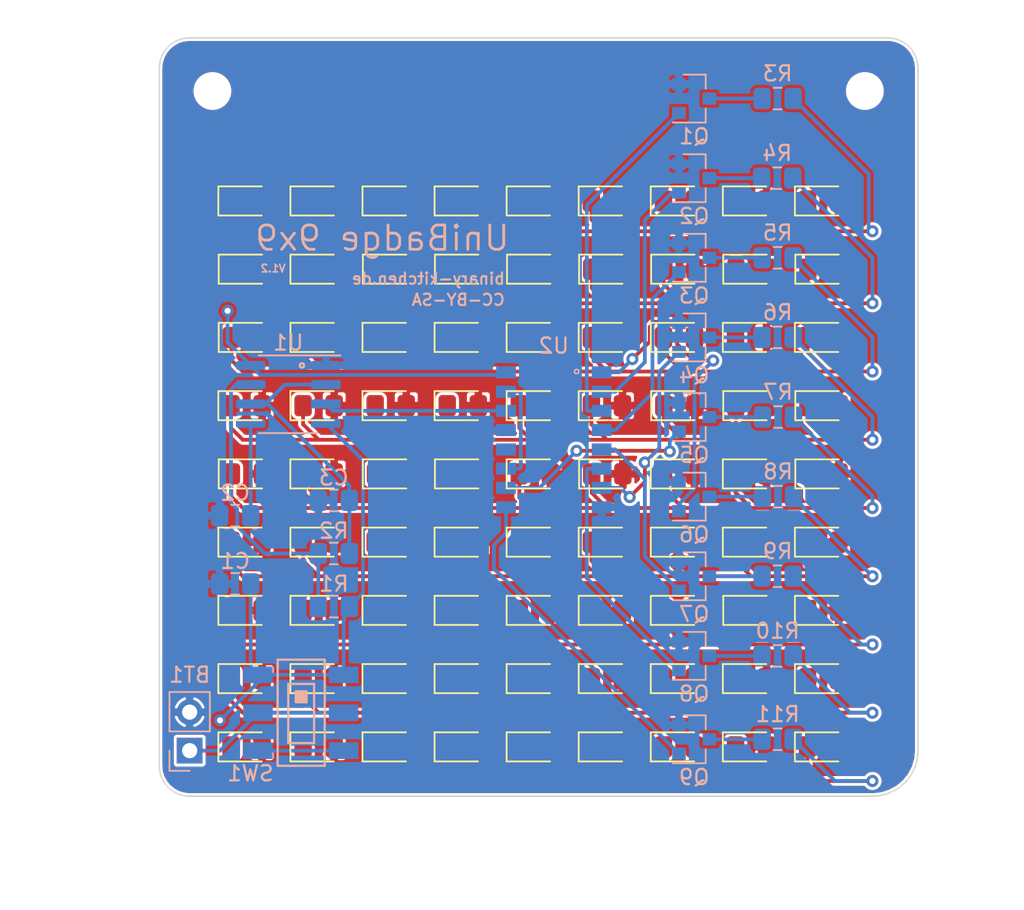
<source format=kicad_pcb>
(kicad_pcb (version 20171130) (host pcbnew 5.1.6)
  (layers (0 F.Cu signal) (31 B.Cu signal) (34 B.Paste user) (35 F.Paste user) (36 B.SilkS user) (37 F.SilkS user) (38 B.Mask user) (39 F.Mask user) (44 Edge.Cuts user))
  (net 0 "")
  (net 1 GND)
  (net 2 +3V3)
  (net 3 VS)
  (net 4 "Net-(C2-Pad1)")
  (net 5 "Net-(C3-Pad2)")
  (net 6 "Net-(D1-Pad1)")
  (net 7 "Net-(D10-Pad1)")
  (net 8 "Net-(D19-Pad1)")
  (net 9 "Net-(D28-Pad1)")
  (net 10 "Net-(D37-Pad1)")
  (net 11 "Net-(D46-Pad1)")
  (net 12 "Net-(D55-Pad1)")
  (net 13 "Net-(D64-Pad1)")
  (net 14 "Net-(D73-Pad1)")
  (net 15 "Net-(Q1-Pad3)")
  (net 16 "Net-(Q1-Pad1)")
  (net 17 "Net-(Q2-Pad3)")
  (net 18 "Net-(Q2-Pad1)")
  (net 19 "Net-(Q3-Pad3)")
  (net 20 "Net-(Q3-Pad1)")
  (net 21 "Net-(Q4-Pad3)")
  (net 22 "Net-(Q4-Pad1)")
  (net 23 "Net-(Q5-Pad3)")
  (net 24 "Net-(Q5-Pad1)")
  (net 25 "Net-(Q6-Pad3)")
  (net 26 "Net-(Q6-Pad1)")
  (net 27 "Net-(Q7-Pad3)")
  (net 28 "Net-(Q7-Pad1)")
  (net 29 "Net-(Q8-Pad3)")
  (net 30 "Net-(Q8-Pad1)")
  (net 31 "Net-(Q9-Pad3)")
  (net 32 "Net-(Q9-Pad1)")
  (net 33 "Net-(R1-Pad2)")
  (net 34 "Net-(SW1-Pad3)")
  (net 35 "Net-(U1-Pad3)")
  (net 36 "Net-(U2-Pad11)")
  (net 37 "Net-(U2-Pad12)")
  (module SMD-Challange:kitchen_head (layer B.Cu) (at 18.5 44.5 180)
    (fp_text reference G*** hide)
    (fp_text value kitchen_head hide)
  )
  (module unibatch:vvoidcamp-logo (layer F.Cu) (at 15 11)
    (fp_text reference Ref** hide)
    (fp_text value Val** hide)
  )
  (module unibatch:vvoidcamp-schriftzug (layer F.Cu) (at 23 25.5)
    (fp_text reference Ref** hide)
    (fp_text value Val** hide)
  )
  (module unibatch:SOP-16_4.4x10.4mm_P1.27mm_simple_drawing (layer B.Cu) (at 26 26.5 180)
    (fp_text reference U2 (at 0 6.2) (layer B.SilkS) (effects (justify mirror)))
    (fp_text value 4017)
    (pad 16 smd rect (at 3.15 4.45 180) (size 1.3 0.8) (layers B.Cu B.Paste B.Mask) (net 3 VS))
    (pad 15 smd rect (at 3.15 3.17 180) (size 1.3 0.8) (layers B.Cu B.Paste B.Mask) (net 36 "Net-(U2-Pad11)"))
    (pad 14 smd rect (at 3.15 1.91 180) (size 1.3 0.8) (layers B.Cu B.Paste B.Mask) (net 35 "Net-(U1-Pad3)"))
    (pad 13 smd rect (at 3.15 0.64 180) (size 1.3 0.8) (layers B.Cu B.Paste B.Mask) (net 1 GND))
    (pad 12 smd rect (at 3.15 -0.64 180) (size 1.3 0.8) (layers B.Cu B.Paste B.Mask) (net 37 "Net-(U2-Pad12)"))
    (pad 11 smd rect (at 3.15 -1.91 180) (size 1.3 0.8) (layers B.Cu B.Paste B.Mask) (net 36 "Net-(U2-Pad11)"))
    (pad 10 smd rect (at 3.15 -3.17 180) (size 1.3 0.8) (layers B.Cu B.Paste B.Mask) (net 24 "Net-(Q5-Pad1)"))
    (pad 9 smd rect (at 3.15 -4.45 180) (size 1.3 0.8) (layers B.Cu B.Paste B.Mask) (net 32 "Net-(Q9-Pad1)"))
    (pad 8 smd rect (at -3.15 -4.45 180) (size 1.3 0.8) (layers B.Cu B.Paste B.Mask) (net 1 GND))
    (pad 7 smd rect (at -3.15 -3.17 180) (size 1.3 0.8) (layers B.Cu B.Paste B.Mask) (net 22 "Net-(Q4-Pad1)"))
    (pad 6 smd rect (at -3.15 -1.91 180) (size 1.3 0.8) (layers B.Cu B.Paste B.Mask) (net 30 "Net-(Q8-Pad1)"))
    (pad 5 smd rect (at -3.15 -0.64 180) (size 1.3 0.8) (layers B.Cu B.Paste B.Mask) (net 28 "Net-(Q7-Pad1)"))
    (pad 4 smd rect (at -3.15 0.64 180) (size 1.3 0.8) (layers B.Cu B.Paste B.Mask) (net 20 "Net-(Q3-Pad1)"))
    (pad 3 smd rect (at -3.15 1.91 180) (size 1.3 0.8) (layers B.Cu B.Paste B.Mask) (net 16 "Net-(Q1-Pad1)"))
    (pad 2 smd rect (at -3.15 3.17 180) (size 1.3 0.8) (layers B.Cu B.Paste B.Mask) (net 18 "Net-(Q2-Pad1)"))
    (pad 1 smd rect (at -3.15 4.45 180) (size 1.3 0.8) (layers B.Cu B.Paste B.Mask) (net 26 "Net-(Q6-Pad1)"))
  )
  (module LED_SMD:LED_0805_2012Metric_Pad1.15x1.40mm_HandSolder (layer F.Cu) (at 29.525 15.25)
    (fp_text reference D15 hide)
    (fp_text value "0805 LED Red")
    (pad 2 smd roundrect (at 1.025 0) (size 1.15 1.4) (layers F.Cu F.Paste F.Mask) (roundrect_rratio 0.217391) (net 3 VS))
    (pad 1 smd roundrect (at -1.025 0) (size 1.15 1.4) (layers F.Cu F.Paste F.Mask) (roundrect_rratio 0.217391) (net 7 "Net-(D10-Pad1)"))
  )
  (module Package_SO:SOIC-8_3.9x4.9mm_P1.27mm (layer B.Cu) (at 8.5 23.5 180)
    (fp_text reference U1 (at 0 3.4) (layer B.SilkS) (effects (justify mirror)))
    (fp_text value NE555D)
    (pad 8 smd roundrect (at 2.475 1.905 180) (size 1.95 0.6) (layers B.Cu B.Paste B.Mask) (net 3 VS))
    (pad 7 smd roundrect (at 2.475 0.635 180) (size 1.95 0.6) (layers B.Cu B.Paste B.Mask) (net 33 "Net-(R1-Pad2)"))
    (pad 6 smd roundrect (at 2.475 -0.635 180) (size 1.95 0.6) (layers B.Cu B.Paste B.Mask) (net 5 "Net-(C3-Pad2)"))
    (pad 5 smd roundrect (at 2.475 -1.905 180) (size 1.95 0.6) (layers B.Cu B.Paste B.Mask) (net 4 "Net-(C2-Pad1)"))
    (pad 4 smd roundrect (at -2.475 -1.905 180) (size 1.95 0.6) (layers B.Cu B.Paste B.Mask) (net 3 VS))
    (pad 3 smd roundrect (at -2.475 -0.635 180) (size 1.95 0.6) (layers B.Cu B.Paste B.Mask) (net 35 "Net-(U1-Pad3)"))
    (pad 2 smd roundrect (at -2.475 0.635 180) (size 1.95 0.6) (layers B.Cu B.Paste B.Mask) (net 5 "Net-(C3-Pad2)"))
    (pad 1 smd roundrect (at -2.475 1.905 180) (size 1.95 0.6) (layers B.Cu B.Paste B.Mask) (net 1 GND))
  )
  (module unibatch:smd_switch_slide (layer B.Cu) (at 6.5 42 270)
    (fp_text reference SW1 (at 6.5 0.5 180) (layer B.SilkS) (effects (justify mirror)))
    (fp_text value SW_DPDT_x2)
    (pad 2 smd rect (at 2.5 -5.65 270) (size 1.1 1.95) (layers B.Cu B.Paste B.Mask) (net 2 +3V3))
    (pad 1 smd rect (at 0 -5.65 270) (size 1.1 1.95) (layers B.Cu B.Paste B.Mask) (net 3 VS))
    (pad 3 smd rect (at 5 -5.65 270) (size 1.1 1.95) (layers B.Cu B.Paste B.Mask) (net 34 "Net-(SW1-Pad3)"))
    (pad 3 smd rect (at 5 0 270) (size 1.1 1.95) (layers B.Cu B.Paste B.Mask) (net 34 "Net-(SW1-Pad3)"))
    (pad 2 smd rect (at 2.5 0 270) (size 1.1 1.95) (layers B.Cu B.Paste B.Mask) (net 2 +3V3))
    (pad 1 smd rect (at 0 0 270) (size 1.1 1.95) (layers B.Cu B.Paste B.Mask) (net 3 VS))
  )
  (module MountingHole:MountingHole_2.1mm (layer F.Cu) (at 3.5 3.5)
    (fp_text reference REF** hide)
    (fp_text value MountingHole_2.1mm)
    (pad "" np_thru_hole circle (at 0 0) (size 2.1 2.1) (drill 2.1) (layers *.Cu *.Mask))
  )
  (module MountingHole:MountingHole_2.1mm (layer F.Cu) (at 46.5 3.5)
    (fp_text reference REF** hide)
    (fp_text value MountingHole_2.1mm)
    (pad "" np_thru_hole circle (at 0 0) (size 2.1 2.1) (drill 2.1) (layers *.Cu *.Mask))
  )
  (module Resistor_SMD:R_0805_2012Metric_Pad1.15x1.40mm_HandSolder (layer B.Cu) (at 40.75 46.25 180)
    (fp_text reference R11 (at 0 1.65) (layer B.SilkS) (effects (justify mirror)))
    (fp_text value R)
    (pad 2 smd roundrect (at 1.025 0 180) (size 1.15 1.4) (layers B.Cu B.Paste B.Mask) (roundrect_rratio 0.217391) (net 31 "Net-(Q9-Pad3)"))
    (pad 1 smd roundrect (at -1.025 0 180) (size 1.15 1.4) (layers B.Cu B.Paste B.Mask) (roundrect_rratio 0.217391) (net 14 "Net-(D73-Pad1)"))
  )
  (module Resistor_SMD:R_0805_2012Metric_Pad1.15x1.40mm_HandSolder (layer B.Cu) (at 40.75 40.75 180)
    (fp_text reference R10 (at 0 1.65) (layer B.SilkS) (effects (justify mirror)))
    (fp_text value R)
    (pad 2 smd roundrect (at 1.025 0 180) (size 1.15 1.4) (layers B.Cu B.Paste B.Mask) (roundrect_rratio 0.217391) (net 29 "Net-(Q8-Pad3)"))
    (pad 1 smd roundrect (at -1.025 0 180) (size 1.15 1.4) (layers B.Cu B.Paste B.Mask) (roundrect_rratio 0.217391) (net 13 "Net-(D64-Pad1)"))
  )
  (module Resistor_SMD:R_0805_2012Metric_Pad1.15x1.40mm_HandSolder (layer B.Cu) (at 40.75 35.5 180)
    (fp_text reference R9 (at 0 1.65) (layer B.SilkS) (effects (justify mirror)))
    (fp_text value R)
    (pad 2 smd roundrect (at 1.025 0 180) (size 1.15 1.4) (layers B.Cu B.Paste B.Mask) (roundrect_rratio 0.217391) (net 27 "Net-(Q7-Pad3)"))
    (pad 1 smd roundrect (at -1.025 0 180) (size 1.15 1.4) (layers B.Cu B.Paste B.Mask) (roundrect_rratio 0.217391) (net 12 "Net-(D55-Pad1)"))
  )
  (module Resistor_SMD:R_0805_2012Metric_Pad1.15x1.40mm_HandSolder (layer B.Cu) (at 40.775 30.25 180)
    (fp_text reference R8 (at 0 1.65) (layer B.SilkS) (effects (justify mirror)))
    (fp_text value R)
    (pad 2 smd roundrect (at 1.025 0 180) (size 1.15 1.4) (layers B.Cu B.Paste B.Mask) (roundrect_rratio 0.217391) (net 25 "Net-(Q6-Pad3)"))
    (pad 1 smd roundrect (at -1.025 0 180) (size 1.15 1.4) (layers B.Cu B.Paste B.Mask) (roundrect_rratio 0.217391) (net 11 "Net-(D46-Pad1)"))
  )
  (module Resistor_SMD:R_0805_2012Metric_Pad1.15x1.40mm_HandSolder (layer B.Cu) (at 40.775 25 180)
    (fp_text reference R7 (at 0 1.65) (layer B.SilkS) (effects (justify mirror)))
    (fp_text value R)
    (pad 2 smd roundrect (at 1.025 0 180) (size 1.15 1.4) (layers B.Cu B.Paste B.Mask) (roundrect_rratio 0.217391) (net 23 "Net-(Q5-Pad3)"))
    (pad 1 smd roundrect (at -1.025 0 180) (size 1.15 1.4) (layers B.Cu B.Paste B.Mask) (roundrect_rratio 0.217391) (net 10 "Net-(D37-Pad1)"))
  )
  (module Resistor_SMD:R_0805_2012Metric_Pad1.15x1.40mm_HandSolder (layer B.Cu) (at 40.75 19.75 180)
    (fp_text reference R6 (at 0 1.65) (layer B.SilkS) (effects (justify mirror)))
    (fp_text value R)
    (pad 2 smd roundrect (at 1.025 0 180) (size 1.15 1.4) (layers B.Cu B.Paste B.Mask) (roundrect_rratio 0.217391) (net 21 "Net-(Q4-Pad3)"))
    (pad 1 smd roundrect (at -1.025 0 180) (size 1.15 1.4) (layers B.Cu B.Paste B.Mask) (roundrect_rratio 0.217391) (net 9 "Net-(D28-Pad1)"))
  )
  (module Resistor_SMD:R_0805_2012Metric_Pad1.15x1.40mm_HandSolder (layer B.Cu) (at 40.75 14.5 180)
    (fp_text reference R5 (at 0 1.65) (layer B.SilkS) (effects (justify mirror)))
    (fp_text value R)
    (pad 2 smd roundrect (at 1.025 0 180) (size 1.15 1.4) (layers B.Cu B.Paste B.Mask) (roundrect_rratio 0.217391) (net 19 "Net-(Q3-Pad3)"))
    (pad 1 smd roundrect (at -1.025 0 180) (size 1.15 1.4) (layers B.Cu B.Paste B.Mask) (roundrect_rratio 0.217391) (net 8 "Net-(D19-Pad1)"))
  )
  (module Resistor_SMD:R_0805_2012Metric_Pad1.15x1.40mm_HandSolder (layer B.Cu) (at 40.725 9.25 180)
    (fp_text reference R4 (at 0 1.65) (layer B.SilkS) (effects (justify mirror)))
    (fp_text value R)
    (pad 2 smd roundrect (at 1.025 0 180) (size 1.15 1.4) (layers B.Cu B.Paste B.Mask) (roundrect_rratio 0.217391) (net 17 "Net-(Q2-Pad3)"))
    (pad 1 smd roundrect (at -1.025 0 180) (size 1.15 1.4) (layers B.Cu B.Paste B.Mask) (roundrect_rratio 0.217391) (net 7 "Net-(D10-Pad1)"))
  )
  (module Resistor_SMD:R_0805_2012Metric_Pad1.15x1.40mm_HandSolder (layer B.Cu) (at 40.75 4 180)
    (fp_text reference R3 (at 0 1.65) (layer B.SilkS) (effects (justify mirror)))
    (fp_text value R)
    (pad 2 smd roundrect (at 1.025 0 180) (size 1.15 1.4) (layers B.Cu B.Paste B.Mask) (roundrect_rratio 0.217391) (net 15 "Net-(Q1-Pad3)"))
    (pad 1 smd roundrect (at -1.025 0 180) (size 1.15 1.4) (layers B.Cu B.Paste B.Mask) (roundrect_rratio 0.217391) (net 6 "Net-(D1-Pad1)"))
  )
  (module Resistor_SMD:R_0805_2012Metric_Pad1.15x1.40mm_HandSolder (layer B.Cu) (at 11.5 34)
    (fp_text reference R2 (at 0 -1.5) (layer B.SilkS) (effects (justify mirror)))
    (fp_text value "100k Ohm")
    (pad 2 smd roundrect (at 1.025 0) (size 1.15 1.4) (layers B.Cu B.Paste B.Mask) (roundrect_rratio 0.217391) (net 5 "Net-(C3-Pad2)"))
    (pad 1 smd roundrect (at -1.025 0) (size 1.15 1.4) (layers B.Cu B.Paste B.Mask) (roundrect_rratio 0.217391) (net 33 "Net-(R1-Pad2)"))
  )
  (module Resistor_SMD:R_0805_2012Metric_Pad1.15x1.40mm_HandSolder (layer B.Cu) (at 11.5 37.5 180)
    (fp_text reference R1 (at 0 1.5) (layer B.SilkS) (effects (justify mirror)))
    (fp_text value "100k Ohm")
    (pad 2 smd roundrect (at 1.025 0 180) (size 1.15 1.4) (layers B.Cu B.Paste B.Mask) (roundrect_rratio 0.217391) (net 33 "Net-(R1-Pad2)"))
    (pad 1 smd roundrect (at -1.025 0 180) (size 1.15 1.4) (layers B.Cu B.Paste B.Mask) (roundrect_rratio 0.217391) (net 3 VS))
  )
  (module Package_TO_SOT_SMD:SOT-23 (layer B.Cu) (at 35.25 46.25)
    (fp_text reference Q9 (at 0 2.5) (layer B.SilkS) (effects (justify mirror)))
    (fp_text value 2N7002)
    (pad 3 smd rect (at 1 0) (size 0.9 0.8) (layers B.Cu B.Paste B.Mask) (net 31 "Net-(Q9-Pad3)"))
    (pad 2 smd rect (at -1 -0.95) (size 0.9 0.8) (layers B.Cu B.Paste B.Mask) (net 1 GND))
    (pad 1 smd rect (at -1 0.95) (size 0.9 0.8) (layers B.Cu B.Paste B.Mask) (net 32 "Net-(Q9-Pad1)"))
  )
  (module Package_TO_SOT_SMD:SOT-23 (layer B.Cu) (at 35.25 40.75)
    (fp_text reference Q8 (at 0 2.5) (layer B.SilkS) (effects (justify mirror)))
    (fp_text value 2N7002)
    (pad 3 smd rect (at 1 0) (size 0.9 0.8) (layers B.Cu B.Paste B.Mask) (net 29 "Net-(Q8-Pad3)"))
    (pad 2 smd rect (at -1 -0.95) (size 0.9 0.8) (layers B.Cu B.Paste B.Mask) (net 1 GND))
    (pad 1 smd rect (at -1 0.95) (size 0.9 0.8) (layers B.Cu B.Paste B.Mask) (net 30 "Net-(Q8-Pad1)"))
  )
  (module Package_TO_SOT_SMD:SOT-23 (layer B.Cu) (at 35.25 35.5)
    (fp_text reference Q7 (at 0 2.5) (layer B.SilkS) (effects (justify mirror)))
    (fp_text value 2N7002)
    (pad 3 smd rect (at 1 0) (size 0.9 0.8) (layers B.Cu B.Paste B.Mask) (net 27 "Net-(Q7-Pad3)"))
    (pad 2 smd rect (at -1 -0.95) (size 0.9 0.8) (layers B.Cu B.Paste B.Mask) (net 1 GND))
    (pad 1 smd rect (at -1 0.95) (size 0.9 0.8) (layers B.Cu B.Paste B.Mask) (net 28 "Net-(Q7-Pad1)"))
  )
  (module Package_TO_SOT_SMD:SOT-23 (layer B.Cu) (at 35.25 30.25)
    (fp_text reference Q6 (at 0 2.5) (layer B.SilkS) (effects (justify mirror)))
    (fp_text value 2N7002)
    (pad 3 smd rect (at 1 0) (size 0.9 0.8) (layers B.Cu B.Paste B.Mask) (net 25 "Net-(Q6-Pad3)"))
    (pad 2 smd rect (at -1 -0.95) (size 0.9 0.8) (layers B.Cu B.Paste B.Mask) (net 1 GND))
    (pad 1 smd rect (at -1 0.95) (size 0.9 0.8) (layers B.Cu B.Paste B.Mask) (net 26 "Net-(Q6-Pad1)"))
  )
  (module Package_TO_SOT_SMD:SOT-23 (layer B.Cu) (at 35.25 25)
    (fp_text reference Q5 (at 0 2.5) (layer B.SilkS) (effects (justify mirror)))
    (fp_text value 2N7002)
    (pad 3 smd rect (at 1 0) (size 0.9 0.8) (layers B.Cu B.Paste B.Mask) (net 23 "Net-(Q5-Pad3)"))
    (pad 2 smd rect (at -1 -0.95) (size 0.9 0.8) (layers B.Cu B.Paste B.Mask) (net 1 GND))
    (pad 1 smd rect (at -1 0.95) (size 0.9 0.8) (layers B.Cu B.Paste B.Mask) (net 24 "Net-(Q5-Pad1)"))
  )
  (module Package_TO_SOT_SMD:SOT-23 (layer B.Cu) (at 35.25 19.75)
    (fp_text reference Q4 (at 0 2.5) (layer B.SilkS) (effects (justify mirror)))
    (fp_text value 2N7002)
    (pad 3 smd rect (at 1 0) (size 0.9 0.8) (layers B.Cu B.Paste B.Mask) (net 21 "Net-(Q4-Pad3)"))
    (pad 2 smd rect (at -1 -0.95) (size 0.9 0.8) (layers B.Cu B.Paste B.Mask) (net 1 GND))
    (pad 1 smd rect (at -1 0.95) (size 0.9 0.8) (layers B.Cu B.Paste B.Mask) (net 22 "Net-(Q4-Pad1)"))
  )
  (module Package_TO_SOT_SMD:SOT-23 (layer B.Cu) (at 35.25 14.5)
    (fp_text reference Q3 (at 0 2.5) (layer B.SilkS) (effects (justify mirror)))
    (fp_text value 2N7002)
    (pad 3 smd rect (at 1 0) (size 0.9 0.8) (layers B.Cu B.Paste B.Mask) (net 19 "Net-(Q3-Pad3)"))
    (pad 2 smd rect (at -1 -0.95) (size 0.9 0.8) (layers B.Cu B.Paste B.Mask) (net 1 GND))
    (pad 1 smd rect (at -1 0.95) (size 0.9 0.8) (layers B.Cu B.Paste B.Mask) (net 20 "Net-(Q3-Pad1)"))
  )
  (module Package_TO_SOT_SMD:SOT-23 (layer B.Cu) (at 35.25 9.25)
    (fp_text reference Q2 (at 0 2.5) (layer B.SilkS) (effects (justify mirror)))
    (fp_text value 2N7002)
    (pad 3 smd rect (at 1 0) (size 0.9 0.8) (layers B.Cu B.Paste B.Mask) (net 17 "Net-(Q2-Pad3)"))
    (pad 2 smd rect (at -1 -0.95) (size 0.9 0.8) (layers B.Cu B.Paste B.Mask) (net 1 GND))
    (pad 1 smd rect (at -1 0.95) (size 0.9 0.8) (layers B.Cu B.Paste B.Mask) (net 18 "Net-(Q2-Pad1)"))
  )
  (module Package_TO_SOT_SMD:SOT-23 (layer B.Cu) (at 35.25 4)
    (fp_text reference Q1 (at 0 2.5) (layer B.SilkS) (effects (justify mirror)))
    (fp_text value 2N7002)
    (pad 3 smd rect (at 1 0) (size 0.9 0.8) (layers B.Cu B.Paste B.Mask) (net 15 "Net-(Q1-Pad3)"))
    (pad 2 smd rect (at -1 -0.95) (size 0.9 0.8) (layers B.Cu B.Paste B.Mask) (net 1 GND))
    (pad 1 smd rect (at -1 0.95) (size 0.9 0.8) (layers B.Cu B.Paste B.Mask) (net 16 "Net-(Q1-Pad1)"))
  )
  (module LED_SMD:LED_0805_2012Metric_Pad1.15x1.40mm_HandSolder (layer F.Cu) (at 43.75 46.75)
    (fp_text reference D81 hide)
    (fp_text value "0805 LED Red")
    (pad 2 smd roundrect (at 1.025 0) (size 1.15 1.4) (layers F.Cu F.Paste F.Mask) (roundrect_rratio 0.217391) (net 3 VS))
    (pad 1 smd roundrect (at -1.025 0) (size 1.15 1.4) (layers F.Cu F.Paste F.Mask) (roundrect_rratio 0.217391) (net 14 "Net-(D73-Pad1)"))
  )
  (module LED_SMD:LED_0805_2012Metric_Pad1.15x1.40mm_HandSolder (layer F.Cu) (at 39 46.75)
    (fp_text reference D80 hide)
    (fp_text value "0805 LED Red")
    (pad 2 smd roundrect (at 1.025 0) (size 1.15 1.4) (layers F.Cu F.Paste F.Mask) (roundrect_rratio 0.217391) (net 3 VS))
    (pad 1 smd roundrect (at -1.025 0) (size 1.15 1.4) (layers F.Cu F.Paste F.Mask) (roundrect_rratio 0.217391) (net 14 "Net-(D73-Pad1)"))
  )
  (module LED_SMD:LED_0805_2012Metric_Pad1.15x1.40mm_HandSolder (layer F.Cu) (at 34.25 46.75)
    (fp_text reference D79 hide)
    (fp_text value "0805 LED Red")
    (pad 2 smd roundrect (at 1.025 0) (size 1.15 1.4) (layers F.Cu F.Paste F.Mask) (roundrect_rratio 0.217391) (net 3 VS))
    (pad 1 smd roundrect (at -1.025 0) (size 1.15 1.4) (layers F.Cu F.Paste F.Mask) (roundrect_rratio 0.217391) (net 14 "Net-(D73-Pad1)"))
  )
  (module LED_SMD:LED_0805_2012Metric_Pad1.15x1.40mm_HandSolder (layer F.Cu) (at 29.5 46.75)
    (fp_text reference D78 hide)
    (fp_text value "0805 LED Red")
    (pad 2 smd roundrect (at 1.025 0) (size 1.15 1.4) (layers F.Cu F.Paste F.Mask) (roundrect_rratio 0.217391) (net 3 VS))
    (pad 1 smd roundrect (at -1.025 0) (size 1.15 1.4) (layers F.Cu F.Paste F.Mask) (roundrect_rratio 0.217391) (net 14 "Net-(D73-Pad1)"))
  )
  (module LED_SMD:LED_0805_2012Metric_Pad1.15x1.40mm_HandSolder (layer F.Cu) (at 24.75 46.75)
    (fp_text reference D77 hide)
    (fp_text value "0805 LED Red")
    (pad 2 smd roundrect (at 1.025 0) (size 1.15 1.4) (layers F.Cu F.Paste F.Mask) (roundrect_rratio 0.217391) (net 3 VS))
    (pad 1 smd roundrect (at -1.025 0) (size 1.15 1.4) (layers F.Cu F.Paste F.Mask) (roundrect_rratio 0.217391) (net 14 "Net-(D73-Pad1)"))
  )
  (module LED_SMD:LED_0805_2012Metric_Pad1.15x1.40mm_HandSolder (layer F.Cu) (at 20 46.75)
    (fp_text reference D76 hide)
    (fp_text value "0805 LED Red")
    (pad 2 smd roundrect (at 1.025 0) (size 1.15 1.4) (layers F.Cu F.Paste F.Mask) (roundrect_rratio 0.217391) (net 3 VS))
    (pad 1 smd roundrect (at -1.025 0) (size 1.15 1.4) (layers F.Cu F.Paste F.Mask) (roundrect_rratio 0.217391) (net 14 "Net-(D73-Pad1)"))
  )
  (module LED_SMD:LED_0805_2012Metric_Pad1.15x1.40mm_HandSolder (layer F.Cu) (at 15.25 46.75)
    (fp_text reference D75 hide)
    (fp_text value "0805 LED Red")
    (pad 2 smd roundrect (at 1.025 0) (size 1.15 1.4) (layers F.Cu F.Paste F.Mask) (roundrect_rratio 0.217391) (net 3 VS))
    (pad 1 smd roundrect (at -1.025 0) (size 1.15 1.4) (layers F.Cu F.Paste F.Mask) (roundrect_rratio 0.217391) (net 14 "Net-(D73-Pad1)"))
  )
  (module LED_SMD:LED_0805_2012Metric_Pad1.15x1.40mm_HandSolder (layer F.Cu) (at 10.5 46.75)
    (fp_text reference D74 hide)
    (fp_text value "0805 LED Red")
    (pad 2 smd roundrect (at 1.025 0) (size 1.15 1.4) (layers F.Cu F.Paste F.Mask) (roundrect_rratio 0.217391) (net 3 VS))
    (pad 1 smd roundrect (at -1.025 0) (size 1.15 1.4) (layers F.Cu F.Paste F.Mask) (roundrect_rratio 0.217391) (net 14 "Net-(D73-Pad1)"))
  )
  (module LED_SMD:LED_0805_2012Metric_Pad1.15x1.40mm_HandSolder (layer F.Cu) (at 5.75 46.75)
    (fp_text reference D73 hide)
    (fp_text value "0805 LED Red")
    (pad 2 smd roundrect (at 1.025 0) (size 1.15 1.4) (layers F.Cu F.Paste F.Mask) (roundrect_rratio 0.217391) (net 3 VS))
    (pad 1 smd roundrect (at -1.025 0) (size 1.15 1.4) (layers F.Cu F.Paste F.Mask) (roundrect_rratio 0.217391) (net 14 "Net-(D73-Pad1)"))
  )
  (module LED_SMD:LED_0805_2012Metric_Pad1.15x1.40mm_HandSolder (layer F.Cu) (at 43.75 42.25)
    (fp_text reference D72 hide)
    (fp_text value "0805 LED Red")
    (pad 2 smd roundrect (at 1.025 0) (size 1.15 1.4) (layers F.Cu F.Paste F.Mask) (roundrect_rratio 0.217391) (net 3 VS))
    (pad 1 smd roundrect (at -1.025 0) (size 1.15 1.4) (layers F.Cu F.Paste F.Mask) (roundrect_rratio 0.217391) (net 13 "Net-(D64-Pad1)"))
  )
  (module LED_SMD:LED_0805_2012Metric_Pad1.15x1.40mm_HandSolder (layer F.Cu) (at 39 42.25)
    (fp_text reference D71 hide)
    (fp_text value "0805 LED Red")
    (pad 2 smd roundrect (at 1.025 0) (size 1.15 1.4) (layers F.Cu F.Paste F.Mask) (roundrect_rratio 0.217391) (net 3 VS))
    (pad 1 smd roundrect (at -1.025 0) (size 1.15 1.4) (layers F.Cu F.Paste F.Mask) (roundrect_rratio 0.217391) (net 13 "Net-(D64-Pad1)"))
  )
  (module LED_SMD:LED_0805_2012Metric_Pad1.15x1.40mm_HandSolder (layer F.Cu) (at 34.25 42.25)
    (fp_text reference D70 hide)
    (fp_text value "0805 LED Red")
    (pad 2 smd roundrect (at 1.025 0) (size 1.15 1.4) (layers F.Cu F.Paste F.Mask) (roundrect_rratio 0.217391) (net 3 VS))
    (pad 1 smd roundrect (at -1.025 0) (size 1.15 1.4) (layers F.Cu F.Paste F.Mask) (roundrect_rratio 0.217391) (net 13 "Net-(D64-Pad1)"))
  )
  (module LED_SMD:LED_0805_2012Metric_Pad1.15x1.40mm_HandSolder (layer F.Cu) (at 29.5 42.25)
    (fp_text reference D69 hide)
    (fp_text value "0805 LED Red")
    (pad 2 smd roundrect (at 1.025 0) (size 1.15 1.4) (layers F.Cu F.Paste F.Mask) (roundrect_rratio 0.217391) (net 3 VS))
    (pad 1 smd roundrect (at -1.025 0) (size 1.15 1.4) (layers F.Cu F.Paste F.Mask) (roundrect_rratio 0.217391) (net 13 "Net-(D64-Pad1)"))
  )
  (module LED_SMD:LED_0805_2012Metric_Pad1.15x1.40mm_HandSolder (layer F.Cu) (at 24.75 42.25)
    (fp_text reference D68 hide)
    (fp_text value "0805 LED Red")
    (pad 2 smd roundrect (at 1.025 0) (size 1.15 1.4) (layers F.Cu F.Paste F.Mask) (roundrect_rratio 0.217391) (net 3 VS))
    (pad 1 smd roundrect (at -1.025 0) (size 1.15 1.4) (layers F.Cu F.Paste F.Mask) (roundrect_rratio 0.217391) (net 13 "Net-(D64-Pad1)"))
  )
  (module LED_SMD:LED_0805_2012Metric_Pad1.15x1.40mm_HandSolder (layer F.Cu) (at 20 42.25)
    (fp_text reference D67 hide)
    (fp_text value "0805 LED Red")
    (pad 2 smd roundrect (at 1.025 0) (size 1.15 1.4) (layers F.Cu F.Paste F.Mask) (roundrect_rratio 0.217391) (net 3 VS))
    (pad 1 smd roundrect (at -1.025 0) (size 1.15 1.4) (layers F.Cu F.Paste F.Mask) (roundrect_rratio 0.217391) (net 13 "Net-(D64-Pad1)"))
  )
  (module LED_SMD:LED_0805_2012Metric_Pad1.15x1.40mm_HandSolder (layer F.Cu) (at 15.25 42.25)
    (fp_text reference D66 hide)
    (fp_text value "0805 LED Red")
    (pad 2 smd roundrect (at 1.025 0) (size 1.15 1.4) (layers F.Cu F.Paste F.Mask) (roundrect_rratio 0.217391) (net 3 VS))
    (pad 1 smd roundrect (at -1.025 0) (size 1.15 1.4) (layers F.Cu F.Paste F.Mask) (roundrect_rratio 0.217391) (net 13 "Net-(D64-Pad1)"))
  )
  (module LED_SMD:LED_0805_2012Metric_Pad1.15x1.40mm_HandSolder (layer F.Cu) (at 10.5 42.25)
    (fp_text reference D65 hide)
    (fp_text value "0805 LED Red")
    (pad 2 smd roundrect (at 1.025 0) (size 1.15 1.4) (layers F.Cu F.Paste F.Mask) (roundrect_rratio 0.217391) (net 3 VS))
    (pad 1 smd roundrect (at -1.025 0) (size 1.15 1.4) (layers F.Cu F.Paste F.Mask) (roundrect_rratio 0.217391) (net 13 "Net-(D64-Pad1)"))
  )
  (module LED_SMD:LED_0805_2012Metric_Pad1.15x1.40mm_HandSolder (layer F.Cu) (at 5.75 42.25)
    (fp_text reference D64 hide)
    (fp_text value "0805 LED Red")
    (pad 2 smd roundrect (at 1.025 0) (size 1.15 1.4) (layers F.Cu F.Paste F.Mask) (roundrect_rratio 0.217391) (net 3 VS))
    (pad 1 smd roundrect (at -1.025 0) (size 1.15 1.4) (layers F.Cu F.Paste F.Mask) (roundrect_rratio 0.217391) (net 13 "Net-(D64-Pad1)"))
  )
  (module LED_SMD:LED_0805_2012Metric_Pad1.15x1.40mm_HandSolder (layer F.Cu) (at 43.75 37.75)
    (fp_text reference D63 hide)
    (fp_text value "0805 LED Red")
    (pad 2 smd roundrect (at 1.025 0) (size 1.15 1.4) (layers F.Cu F.Paste F.Mask) (roundrect_rratio 0.217391) (net 3 VS))
    (pad 1 smd roundrect (at -1.025 0) (size 1.15 1.4) (layers F.Cu F.Paste F.Mask) (roundrect_rratio 0.217391) (net 12 "Net-(D55-Pad1)"))
  )
  (module LED_SMD:LED_0805_2012Metric_Pad1.15x1.40mm_HandSolder (layer F.Cu) (at 39.025 37.75)
    (fp_text reference D62 hide)
    (fp_text value "0805 LED Red")
    (pad 2 smd roundrect (at 1.025 0) (size 1.15 1.4) (layers F.Cu F.Paste F.Mask) (roundrect_rratio 0.217391) (net 3 VS))
    (pad 1 smd roundrect (at -1.025 0) (size 1.15 1.4) (layers F.Cu F.Paste F.Mask) (roundrect_rratio 0.217391) (net 12 "Net-(D55-Pad1)"))
  )
  (module LED_SMD:LED_0805_2012Metric_Pad1.15x1.40mm_HandSolder (layer F.Cu) (at 34.25 37.75)
    (fp_text reference D61 hide)
    (fp_text value "0805 LED Red")
    (pad 2 smd roundrect (at 1.025 0) (size 1.15 1.4) (layers F.Cu F.Paste F.Mask) (roundrect_rratio 0.217391) (net 3 VS))
    (pad 1 smd roundrect (at -1.025 0) (size 1.15 1.4) (layers F.Cu F.Paste F.Mask) (roundrect_rratio 0.217391) (net 12 "Net-(D55-Pad1)"))
  )
  (module LED_SMD:LED_0805_2012Metric_Pad1.15x1.40mm_HandSolder (layer F.Cu) (at 29.5 37.75)
    (fp_text reference D60 hide)
    (fp_text value "0805 LED Red")
    (pad 2 smd roundrect (at 1.025 0) (size 1.15 1.4) (layers F.Cu F.Paste F.Mask) (roundrect_rratio 0.217391) (net 3 VS))
    (pad 1 smd roundrect (at -1.025 0) (size 1.15 1.4) (layers F.Cu F.Paste F.Mask) (roundrect_rratio 0.217391) (net 12 "Net-(D55-Pad1)"))
  )
  (module LED_SMD:LED_0805_2012Metric_Pad1.15x1.40mm_HandSolder (layer F.Cu) (at 24.75 37.75)
    (fp_text reference D59 hide)
    (fp_text value "0805 LED Red")
    (pad 2 smd roundrect (at 1.025 0) (size 1.15 1.4) (layers F.Cu F.Paste F.Mask) (roundrect_rratio 0.217391) (net 3 VS))
    (pad 1 smd roundrect (at -1.025 0) (size 1.15 1.4) (layers F.Cu F.Paste F.Mask) (roundrect_rratio 0.217391) (net 12 "Net-(D55-Pad1)"))
  )
  (module LED_SMD:LED_0805_2012Metric_Pad1.15x1.40mm_HandSolder (layer F.Cu) (at 20 37.75)
    (fp_text reference D58 hide)
    (fp_text value "0805 LED Red")
    (pad 2 smd roundrect (at 1.025 0) (size 1.15 1.4) (layers F.Cu F.Paste F.Mask) (roundrect_rratio 0.217391) (net 3 VS))
    (pad 1 smd roundrect (at -1.025 0) (size 1.15 1.4) (layers F.Cu F.Paste F.Mask) (roundrect_rratio 0.217391) (net 12 "Net-(D55-Pad1)"))
  )
  (module LED_SMD:LED_0805_2012Metric_Pad1.15x1.40mm_HandSolder (layer F.Cu) (at 15.25 37.75)
    (fp_text reference D57 hide)
    (fp_text value "0805 LED Red")
    (pad 2 smd roundrect (at 1.025 0) (size 1.15 1.4) (layers F.Cu F.Paste F.Mask) (roundrect_rratio 0.217391) (net 3 VS))
    (pad 1 smd roundrect (at -1.025 0) (size 1.15 1.4) (layers F.Cu F.Paste F.Mask) (roundrect_rratio 0.217391) (net 12 "Net-(D55-Pad1)"))
  )
  (module LED_SMD:LED_0805_2012Metric_Pad1.15x1.40mm_HandSolder (layer F.Cu) (at 10.5 37.75)
    (fp_text reference D56 hide)
    (fp_text value "0805 LED Red")
    (pad 2 smd roundrect (at 1.025 0) (size 1.15 1.4) (layers F.Cu F.Paste F.Mask) (roundrect_rratio 0.217391) (net 3 VS))
    (pad 1 smd roundrect (at -1.025 0) (size 1.15 1.4) (layers F.Cu F.Paste F.Mask) (roundrect_rratio 0.217391) (net 12 "Net-(D55-Pad1)"))
  )
  (module LED_SMD:LED_0805_2012Metric_Pad1.15x1.40mm_HandSolder (layer F.Cu) (at 5.75 37.75)
    (fp_text reference D55 hide)
    (fp_text value "0805 LED Red")
    (pad 2 smd roundrect (at 1.025 0) (size 1.15 1.4) (layers F.Cu F.Paste F.Mask) (roundrect_rratio 0.217391) (net 3 VS))
    (pad 1 smd roundrect (at -1.025 0) (size 1.15 1.4) (layers F.Cu F.Paste F.Mask) (roundrect_rratio 0.217391) (net 12 "Net-(D55-Pad1)"))
  )
  (module LED_SMD:LED_0805_2012Metric_Pad1.15x1.40mm_HandSolder (layer F.Cu) (at 43.75 33.25)
    (fp_text reference D54 hide)
    (fp_text value "0805 LED Red")
    (pad 2 smd roundrect (at 1.025 0) (size 1.15 1.4) (layers F.Cu F.Paste F.Mask) (roundrect_rratio 0.217391) (net 3 VS))
    (pad 1 smd roundrect (at -1.025 0) (size 1.15 1.4) (layers F.Cu F.Paste F.Mask) (roundrect_rratio 0.217391) (net 11 "Net-(D46-Pad1)"))
  )
  (module LED_SMD:LED_0805_2012Metric_Pad1.15x1.40mm_HandSolder (layer F.Cu) (at 39 33.25)
    (fp_text reference D53 hide)
    (fp_text value "0805 LED Red")
    (pad 2 smd roundrect (at 1.025 0) (size 1.15 1.4) (layers F.Cu F.Paste F.Mask) (roundrect_rratio 0.217391) (net 3 VS))
    (pad 1 smd roundrect (at -1.025 0) (size 1.15 1.4) (layers F.Cu F.Paste F.Mask) (roundrect_rratio 0.217391) (net 11 "Net-(D46-Pad1)"))
  )
  (module LED_SMD:LED_0805_2012Metric_Pad1.15x1.40mm_HandSolder (layer F.Cu) (at 34.25 33.25)
    (fp_text reference D52 hide)
    (fp_text value "0805 LED Red")
    (pad 2 smd roundrect (at 1.025 0) (size 1.15 1.4) (layers F.Cu F.Paste F.Mask) (roundrect_rratio 0.217391) (net 3 VS))
    (pad 1 smd roundrect (at -1.025 0) (size 1.15 1.4) (layers F.Cu F.Paste F.Mask) (roundrect_rratio 0.217391) (net 11 "Net-(D46-Pad1)"))
  )
  (module LED_SMD:LED_0805_2012Metric_Pad1.15x1.40mm_HandSolder (layer F.Cu) (at 29.5 33.25)
    (fp_text reference D51 hide)
    (fp_text value "0805 LED Red")
    (pad 2 smd roundrect (at 1.025 0) (size 1.15 1.4) (layers F.Cu F.Paste F.Mask) (roundrect_rratio 0.217391) (net 3 VS))
    (pad 1 smd roundrect (at -1.025 0) (size 1.15 1.4) (layers F.Cu F.Paste F.Mask) (roundrect_rratio 0.217391) (net 11 "Net-(D46-Pad1)"))
  )
  (module LED_SMD:LED_0805_2012Metric_Pad1.15x1.40mm_HandSolder (layer F.Cu) (at 24.75 33.25)
    (fp_text reference D50 hide)
    (fp_text value "0805 LED Red")
    (pad 2 smd roundrect (at 1.025 0) (size 1.15 1.4) (layers F.Cu F.Paste F.Mask) (roundrect_rratio 0.217391) (net 3 VS))
    (pad 1 smd roundrect (at -1.025 0) (size 1.15 1.4) (layers F.Cu F.Paste F.Mask) (roundrect_rratio 0.217391) (net 11 "Net-(D46-Pad1)"))
  )
  (module LED_SMD:LED_0805_2012Metric_Pad1.15x1.40mm_HandSolder (layer F.Cu) (at 20 33.25)
    (fp_text reference D49 hide)
    (fp_text value "0805 LED Red")
    (pad 2 smd roundrect (at 1.025 0) (size 1.15 1.4) (layers F.Cu F.Paste F.Mask) (roundrect_rratio 0.217391) (net 3 VS))
    (pad 1 smd roundrect (at -1.025 0) (size 1.15 1.4) (layers F.Cu F.Paste F.Mask) (roundrect_rratio 0.217391) (net 11 "Net-(D46-Pad1)"))
  )
  (module LED_SMD:LED_0805_2012Metric_Pad1.15x1.40mm_HandSolder (layer F.Cu) (at 15.25 33.25)
    (fp_text reference D48 hide)
    (fp_text value "0805 LED Red")
    (pad 2 smd roundrect (at 1.025 0) (size 1.15 1.4) (layers F.Cu F.Paste F.Mask) (roundrect_rratio 0.217391) (net 3 VS))
    (pad 1 smd roundrect (at -1.025 0) (size 1.15 1.4) (layers F.Cu F.Paste F.Mask) (roundrect_rratio 0.217391) (net 11 "Net-(D46-Pad1)"))
  )
  (module LED_SMD:LED_0805_2012Metric_Pad1.15x1.40mm_HandSolder (layer F.Cu) (at 10.5 33.25)
    (fp_text reference D47 hide)
    (fp_text value "0805 LED Red")
    (pad 2 smd roundrect (at 1.025 0) (size 1.15 1.4) (layers F.Cu F.Paste F.Mask) (roundrect_rratio 0.217391) (net 3 VS))
    (pad 1 smd roundrect (at -1.025 0) (size 1.15 1.4) (layers F.Cu F.Paste F.Mask) (roundrect_rratio 0.217391) (net 11 "Net-(D46-Pad1)"))
  )
  (module LED_SMD:LED_0805_2012Metric_Pad1.15x1.40mm_HandSolder (layer F.Cu) (at 5.75 33.25)
    (fp_text reference D46 hide)
    (fp_text value "0805 LED Red")
    (pad 2 smd roundrect (at 1.025 0) (size 1.15 1.4) (layers F.Cu F.Paste F.Mask) (roundrect_rratio 0.217391) (net 3 VS))
    (pad 1 smd roundrect (at -1.025 0) (size 1.15 1.4) (layers F.Cu F.Paste F.Mask) (roundrect_rratio 0.217391) (net 11 "Net-(D46-Pad1)"))
  )
  (module LED_SMD:LED_0805_2012Metric_Pad1.15x1.40mm_HandSolder (layer F.Cu) (at 43.775 28.75)
    (fp_text reference D45 hide)
    (fp_text value "0805 LED Red")
    (pad 2 smd roundrect (at 1.025 0) (size 1.15 1.4) (layers F.Cu F.Paste F.Mask) (roundrect_rratio 0.217391) (net 3 VS))
    (pad 1 smd roundrect (at -1.025 0) (size 1.15 1.4) (layers F.Cu F.Paste F.Mask) (roundrect_rratio 0.217391) (net 10 "Net-(D37-Pad1)"))
  )
  (module LED_SMD:LED_0805_2012Metric_Pad1.15x1.40mm_HandSolder (layer F.Cu) (at 39 28.75)
    (fp_text reference D44 hide)
    (fp_text value "0805 LED Red")
    (pad 2 smd roundrect (at 1.025 0) (size 1.15 1.4) (layers F.Cu F.Paste F.Mask) (roundrect_rratio 0.217391) (net 3 VS))
    (pad 1 smd roundrect (at -1.025 0) (size 1.15 1.4) (layers F.Cu F.Paste F.Mask) (roundrect_rratio 0.217391) (net 10 "Net-(D37-Pad1)"))
  )
  (module LED_SMD:LED_0805_2012Metric_Pad1.15x1.40mm_HandSolder (layer F.Cu) (at 34.25 28.75)
    (fp_text reference D43 hide)
    (fp_text value "0805 LED Red")
    (pad 2 smd roundrect (at 1.025 0) (size 1.15 1.4) (layers F.Cu F.Paste F.Mask) (roundrect_rratio 0.217391) (net 3 VS))
    (pad 1 smd roundrect (at -1.025 0) (size 1.15 1.4) (layers F.Cu F.Paste F.Mask) (roundrect_rratio 0.217391) (net 10 "Net-(D37-Pad1)"))
  )
  (module LED_SMD:LED_0805_2012Metric_Pad1.15x1.40mm_HandSolder (layer F.Cu) (at 29.525 28.75)
    (fp_text reference D42 hide)
    (fp_text value "0805 LED Red")
    (pad 2 smd roundrect (at 1.025 0) (size 1.15 1.4) (layers F.Cu F.Paste F.Mask) (roundrect_rratio 0.217391) (net 3 VS))
    (pad 1 smd roundrect (at -1.025 0) (size 1.15 1.4) (layers F.Cu F.Paste F.Mask) (roundrect_rratio 0.217391) (net 10 "Net-(D37-Pad1)"))
  )
  (module LED_SMD:LED_0805_2012Metric_Pad1.15x1.40mm_HandSolder (layer F.Cu) (at 24.75 28.75)
    (fp_text reference D41 hide)
    (fp_text value "0805 LED Red")
    (pad 2 smd roundrect (at 1.025 0) (size 1.15 1.4) (layers F.Cu F.Paste F.Mask) (roundrect_rratio 0.217391) (net 3 VS))
    (pad 1 smd roundrect (at -1.025 0) (size 1.15 1.4) (layers F.Cu F.Paste F.Mask) (roundrect_rratio 0.217391) (net 10 "Net-(D37-Pad1)"))
  )
  (module LED_SMD:LED_0805_2012Metric_Pad1.15x1.40mm_HandSolder (layer F.Cu) (at 20.025 28.75)
    (fp_text reference D40 hide)
    (fp_text value "0805 LED Red")
    (pad 2 smd roundrect (at 1.025 0) (size 1.15 1.4) (layers F.Cu F.Paste F.Mask) (roundrect_rratio 0.217391) (net 3 VS))
    (pad 1 smd roundrect (at -1.025 0) (size 1.15 1.4) (layers F.Cu F.Paste F.Mask) (roundrect_rratio 0.217391) (net 10 "Net-(D37-Pad1)"))
  )
  (module LED_SMD:LED_0805_2012Metric_Pad1.15x1.40mm_HandSolder (layer F.Cu) (at 15.275 28.75)
    (fp_text reference D39 hide)
    (fp_text value "0805 LED Red")
    (pad 2 smd roundrect (at 1.025 0) (size 1.15 1.4) (layers F.Cu F.Paste F.Mask) (roundrect_rratio 0.217391) (net 3 VS))
    (pad 1 smd roundrect (at -1.025 0) (size 1.15 1.4) (layers F.Cu F.Paste F.Mask) (roundrect_rratio 0.217391) (net 10 "Net-(D37-Pad1)"))
  )
  (module LED_SMD:LED_0805_2012Metric_Pad1.15x1.40mm_HandSolder (layer F.Cu) (at 10.495 28.75)
    (fp_text reference D38 hide)
    (fp_text value "0805 LED Red")
    (pad 2 smd roundrect (at 1.025 0) (size 1.15 1.4) (layers F.Cu F.Paste F.Mask) (roundrect_rratio 0.217391) (net 3 VS))
    (pad 1 smd roundrect (at -1.025 0) (size 1.15 1.4) (layers F.Cu F.Paste F.Mask) (roundrect_rratio 0.217391) (net 10 "Net-(D37-Pad1)"))
  )
  (module LED_SMD:LED_0805_2012Metric_Pad1.15x1.40mm_HandSolder (layer F.Cu) (at 5.775 28.75)
    (fp_text reference D37 hide)
    (fp_text value "0805 LED Red")
    (pad 2 smd roundrect (at 1.025 0) (size 1.15 1.4) (layers F.Cu F.Paste F.Mask) (roundrect_rratio 0.217391) (net 3 VS))
    (pad 1 smd roundrect (at -1.025 0) (size 1.15 1.4) (layers F.Cu F.Paste F.Mask) (roundrect_rratio 0.217391) (net 10 "Net-(D37-Pad1)"))
  )
  (module LED_SMD:LED_0805_2012Metric_Pad1.15x1.40mm_HandSolder (layer F.Cu) (at 43.775 24.25)
    (fp_text reference D36 hide)
    (fp_text value "0805 LED Red")
    (pad 2 smd roundrect (at 1.025 0) (size 1.15 1.4) (layers F.Cu F.Paste F.Mask) (roundrect_rratio 0.217391) (net 3 VS))
    (pad 1 smd roundrect (at -1.025 0) (size 1.15 1.4) (layers F.Cu F.Paste F.Mask) (roundrect_rratio 0.217391) (net 9 "Net-(D28-Pad1)"))
  )
  (module LED_SMD:LED_0805_2012Metric_Pad1.15x1.40mm_HandSolder (layer F.Cu) (at 39.025 24.25)
    (fp_text reference D35 hide)
    (fp_text value "0805 LED Red")
    (pad 2 smd roundrect (at 1.025 0) (size 1.15 1.4) (layers F.Cu F.Paste F.Mask) (roundrect_rratio 0.217391) (net 3 VS))
    (pad 1 smd roundrect (at -1.025 0) (size 1.15 1.4) (layers F.Cu F.Paste F.Mask) (roundrect_rratio 0.217391) (net 9 "Net-(D28-Pad1)"))
  )
  (module LED_SMD:LED_0805_2012Metric_Pad1.15x1.40mm_HandSolder (layer F.Cu) (at 34.275 24.25)
    (fp_text reference D34 hide)
    (fp_text value "0805 LED Red")
    (pad 2 smd roundrect (at 1.025 0) (size 1.15 1.4) (layers F.Cu F.Paste F.Mask) (roundrect_rratio 0.217391) (net 3 VS))
    (pad 1 smd roundrect (at -1.025 0) (size 1.15 1.4) (layers F.Cu F.Paste F.Mask) (roundrect_rratio 0.217391) (net 9 "Net-(D28-Pad1)"))
  )
  (module LED_SMD:LED_0805_2012Metric_Pad1.15x1.40mm_HandSolder (layer F.Cu) (at 29.5 24.25)
    (fp_text reference D33 hide)
    (fp_text value "0805 LED Red")
    (pad 2 smd roundrect (at 1.025 0) (size 1.15 1.4) (layers F.Cu F.Paste F.Mask) (roundrect_rratio 0.217391) (net 3 VS))
    (pad 1 smd roundrect (at -1.025 0) (size 1.15 1.4) (layers F.Cu F.Paste F.Mask) (roundrect_rratio 0.217391) (net 9 "Net-(D28-Pad1)"))
  )
  (module LED_SMD:LED_0805_2012Metric_Pad1.15x1.40mm_HandSolder (layer F.Cu) (at 24.75 24.25)
    (fp_text reference D32 hide)
    (fp_text value "0805 LED Red")
    (pad 2 smd roundrect (at 1.025 0) (size 1.15 1.4) (layers F.Cu F.Paste F.Mask) (roundrect_rratio 0.217391) (net 3 VS))
    (pad 1 smd roundrect (at -1.025 0) (size 1.15 1.4) (layers F.Cu F.Paste F.Mask) (roundrect_rratio 0.217391) (net 9 "Net-(D28-Pad1)"))
  )
  (module LED_SMD:LED_0805_2012Metric_Pad1.15x1.40mm_HandSolder (layer F.Cu) (at 20 24.25)
    (fp_text reference D31 hide)
    (fp_text value "0805 LED Red")
    (pad 2 smd roundrect (at 1.025 0) (size 1.15 1.4) (layers F.Cu F.Paste F.Mask) (roundrect_rratio 0.217391) (net 3 VS))
    (pad 1 smd roundrect (at -1.025 0) (size 1.15 1.4) (layers F.Cu F.Paste F.Mask) (roundrect_rratio 0.217391) (net 9 "Net-(D28-Pad1)"))
  )
  (module LED_SMD:LED_0805_2012Metric_Pad1.15x1.40mm_HandSolder (layer F.Cu) (at 15.25 24.25)
    (fp_text reference D30 hide)
    (fp_text value "0805 LED Red")
    (pad 2 smd roundrect (at 1.025 0) (size 1.15 1.4) (layers F.Cu F.Paste F.Mask) (roundrect_rratio 0.217391) (net 3 VS))
    (pad 1 smd roundrect (at -1.025 0) (size 1.15 1.4) (layers F.Cu F.Paste F.Mask) (roundrect_rratio 0.217391) (net 9 "Net-(D28-Pad1)"))
  )
  (module LED_SMD:LED_0805_2012Metric_Pad1.15x1.40mm_HandSolder (layer F.Cu) (at 10.5 24.25)
    (fp_text reference D29 hide)
    (fp_text value "0805 LED Red")
    (pad 2 smd roundrect (at 1.025 0) (size 1.15 1.4) (layers F.Cu F.Paste F.Mask) (roundrect_rratio 0.217391) (net 3 VS))
    (pad 1 smd roundrect (at -1.025 0) (size 1.15 1.4) (layers F.Cu F.Paste F.Mask) (roundrect_rratio 0.217391) (net 9 "Net-(D28-Pad1)"))
  )
  (module LED_SMD:LED_0805_2012Metric_Pad1.15x1.40mm_HandSolder (layer F.Cu) (at 5.75 24.25)
    (fp_text reference D28 hide)
    (fp_text value "0805 LED Red")
    (pad 2 smd roundrect (at 1.025 0) (size 1.15 1.4) (layers F.Cu F.Paste F.Mask) (roundrect_rratio 0.217391) (net 3 VS))
    (pad 1 smd roundrect (at -1.025 0) (size 1.15 1.4) (layers F.Cu F.Paste F.Mask) (roundrect_rratio 0.217391) (net 9 "Net-(D28-Pad1)"))
  )
  (module LED_SMD:LED_0805_2012Metric_Pad1.15x1.40mm_HandSolder (layer F.Cu) (at 43.75 19.75)
    (fp_text reference D27 hide)
    (fp_text value "0805 LED Red")
    (pad 2 smd roundrect (at 1.025 0) (size 1.15 1.4) (layers F.Cu F.Paste F.Mask) (roundrect_rratio 0.217391) (net 3 VS))
    (pad 1 smd roundrect (at -1.025 0) (size 1.15 1.4) (layers F.Cu F.Paste F.Mask) (roundrect_rratio 0.217391) (net 8 "Net-(D19-Pad1)"))
  )
  (module LED_SMD:LED_0805_2012Metric_Pad1.15x1.40mm_HandSolder (layer F.Cu) (at 39 19.75)
    (fp_text reference D26 hide)
    (fp_text value "0805 LED Red")
    (pad 2 smd roundrect (at 1.025 0) (size 1.15 1.4) (layers F.Cu F.Paste F.Mask) (roundrect_rratio 0.217391) (net 3 VS))
    (pad 1 smd roundrect (at -1.025 0) (size 1.15 1.4) (layers F.Cu F.Paste F.Mask) (roundrect_rratio 0.217391) (net 8 "Net-(D19-Pad1)"))
  )
  (module LED_SMD:LED_0805_2012Metric_Pad1.15x1.40mm_HandSolder (layer F.Cu) (at 34.25 19.75)
    (fp_text reference D25 hide)
    (fp_text value "0805 LED Red")
    (pad 2 smd roundrect (at 1.025 0) (size 1.15 1.4) (layers F.Cu F.Paste F.Mask) (roundrect_rratio 0.217391) (net 3 VS))
    (pad 1 smd roundrect (at -1.025 0) (size 1.15 1.4) (layers F.Cu F.Paste F.Mask) (roundrect_rratio 0.217391) (net 8 "Net-(D19-Pad1)"))
  )
  (module LED_SMD:LED_0805_2012Metric_Pad1.15x1.40mm_HandSolder (layer F.Cu) (at 29.5 19.75)
    (fp_text reference D24 hide)
    (fp_text value "0805 LED Red")
    (pad 2 smd roundrect (at 1.025 0) (size 1.15 1.4) (layers F.Cu F.Paste F.Mask) (roundrect_rratio 0.217391) (net 3 VS))
    (pad 1 smd roundrect (at -1.025 0) (size 1.15 1.4) (layers F.Cu F.Paste F.Mask) (roundrect_rratio 0.217391) (net 8 "Net-(D19-Pad1)"))
  )
  (module LED_SMD:LED_0805_2012Metric_Pad1.15x1.40mm_HandSolder (layer F.Cu) (at 24.75 19.75)
    (fp_text reference D23 hide)
    (fp_text value "0805 LED Red")
    (pad 2 smd roundrect (at 1.025 0) (size 1.15 1.4) (layers F.Cu F.Paste F.Mask) (roundrect_rratio 0.217391) (net 3 VS))
    (pad 1 smd roundrect (at -1.025 0) (size 1.15 1.4) (layers F.Cu F.Paste F.Mask) (roundrect_rratio 0.217391) (net 8 "Net-(D19-Pad1)"))
  )
  (module LED_SMD:LED_0805_2012Metric_Pad1.15x1.40mm_HandSolder (layer F.Cu) (at 20 19.75)
    (fp_text reference D22 hide)
    (fp_text value "0805 LED Red")
    (pad 2 smd roundrect (at 1.025 0) (size 1.15 1.4) (layers F.Cu F.Paste F.Mask) (roundrect_rratio 0.217391) (net 3 VS))
    (pad 1 smd roundrect (at -1.025 0) (size 1.15 1.4) (layers F.Cu F.Paste F.Mask) (roundrect_rratio 0.217391) (net 8 "Net-(D19-Pad1)"))
  )
  (module LED_SMD:LED_0805_2012Metric_Pad1.15x1.40mm_HandSolder (layer F.Cu) (at 15.25 19.75)
    (fp_text reference D21 hide)
    (fp_text value "0805 LED Red")
    (pad 2 smd roundrect (at 1.025 0) (size 1.15 1.4) (layers F.Cu F.Paste F.Mask) (roundrect_rratio 0.217391) (net 3 VS))
    (pad 1 smd roundrect (at -1.025 0) (size 1.15 1.4) (layers F.Cu F.Paste F.Mask) (roundrect_rratio 0.217391) (net 8 "Net-(D19-Pad1)"))
  )
  (module LED_SMD:LED_0805_2012Metric_Pad1.15x1.40mm_HandSolder (layer F.Cu) (at 10.5 19.75)
    (fp_text reference D20 hide)
    (fp_text value "0805 LED Red")
    (pad 2 smd roundrect (at 1.025 0) (size 1.15 1.4) (layers F.Cu F.Paste F.Mask) (roundrect_rratio 0.217391) (net 3 VS))
    (pad 1 smd roundrect (at -1.025 0) (size 1.15 1.4) (layers F.Cu F.Paste F.Mask) (roundrect_rratio 0.217391) (net 8 "Net-(D19-Pad1)"))
  )
  (module LED_SMD:LED_0805_2012Metric_Pad1.15x1.40mm_HandSolder (layer F.Cu) (at 5.775 19.75)
    (fp_text reference D19 hide)
    (fp_text value "0805 LED Red")
    (pad 2 smd roundrect (at 1.025 0) (size 1.15 1.4) (layers F.Cu F.Paste F.Mask) (roundrect_rratio 0.217391) (net 3 VS))
    (pad 1 smd roundrect (at -1.025 0) (size 1.15 1.4) (layers F.Cu F.Paste F.Mask) (roundrect_rratio 0.217391) (net 8 "Net-(D19-Pad1)"))
  )
  (module LED_SMD:LED_0805_2012Metric_Pad1.15x1.40mm_HandSolder (layer F.Cu) (at 43.775 15.25)
    (fp_text reference D18 hide)
    (fp_text value "0805 LED Red")
    (pad 2 smd roundrect (at 1.025 0) (size 1.15 1.4) (layers F.Cu F.Paste F.Mask) (roundrect_rratio 0.217391) (net 3 VS))
    (pad 1 smd roundrect (at -1.025 0) (size 1.15 1.4) (layers F.Cu F.Paste F.Mask) (roundrect_rratio 0.217391) (net 7 "Net-(D10-Pad1)"))
  )
  (module LED_SMD:LED_0805_2012Metric_Pad1.15x1.40mm_HandSolder (layer F.Cu) (at 39.025 15.25)
    (fp_text reference D17 hide)
    (fp_text value "0805 LED Red")
    (pad 2 smd roundrect (at 1.025 0) (size 1.15 1.4) (layers F.Cu F.Paste F.Mask) (roundrect_rratio 0.217391) (net 3 VS))
    (pad 1 smd roundrect (at -1.025 0) (size 1.15 1.4) (layers F.Cu F.Paste F.Mask) (roundrect_rratio 0.217391) (net 7 "Net-(D10-Pad1)"))
  )
  (module LED_SMD:LED_0805_2012Metric_Pad1.15x1.40mm_HandSolder (layer F.Cu) (at 34.275 15.25)
    (fp_text reference D16 hide)
    (fp_text value "0805 LED Red")
    (pad 2 smd roundrect (at 1.025 0) (size 1.15 1.4) (layers F.Cu F.Paste F.Mask) (roundrect_rratio 0.217391) (net 3 VS))
    (pad 1 smd roundrect (at -1.025 0) (size 1.15 1.4) (layers F.Cu F.Paste F.Mask) (roundrect_rratio 0.217391) (net 7 "Net-(D10-Pad1)"))
  )
  (module LED_SMD:LED_0805_2012Metric_Pad1.15x1.40mm_HandSolder (layer F.Cu) (at 24.775 15.25)
    (fp_text reference D14 hide)
    (fp_text value "0805 LED Red")
    (pad 2 smd roundrect (at 1.025 0) (size 1.15 1.4) (layers F.Cu F.Paste F.Mask) (roundrect_rratio 0.217391) (net 3 VS))
    (pad 1 smd roundrect (at -1.025 0) (size 1.15 1.4) (layers F.Cu F.Paste F.Mask) (roundrect_rratio 0.217391) (net 7 "Net-(D10-Pad1)"))
  )
  (module LED_SMD:LED_0805_2012Metric_Pad1.15x1.40mm_HandSolder (layer F.Cu) (at 20.025 15.25)
    (fp_text reference D13 hide)
    (fp_text value "0805 LED Red")
    (pad 2 smd roundrect (at 1.025 0) (size 1.15 1.4) (layers F.Cu F.Paste F.Mask) (roundrect_rratio 0.217391) (net 3 VS))
    (pad 1 smd roundrect (at -1.025 0) (size 1.15 1.4) (layers F.Cu F.Paste F.Mask) (roundrect_rratio 0.217391) (net 7 "Net-(D10-Pad1)"))
  )
  (module LED_SMD:LED_0805_2012Metric_Pad1.15x1.40mm_HandSolder (layer F.Cu) (at 15.275 15.25)
    (fp_text reference D12 hide)
    (fp_text value "0805 LED Red")
    (pad 2 smd roundrect (at 1.025 0) (size 1.15 1.4) (layers F.Cu F.Paste F.Mask) (roundrect_rratio 0.217391) (net 3 VS))
    (pad 1 smd roundrect (at -1.025 0) (size 1.15 1.4) (layers F.Cu F.Paste F.Mask) (roundrect_rratio 0.217391) (net 7 "Net-(D10-Pad1)"))
  )
  (module LED_SMD:LED_0805_2012Metric_Pad1.15x1.40mm_HandSolder (layer F.Cu) (at 10.5 15.25)
    (fp_text reference D11 hide)
    (fp_text value "0805 LED Red")
    (pad 2 smd roundrect (at 1.025 0) (size 1.15 1.4) (layers F.Cu F.Paste F.Mask) (roundrect_rratio 0.217391) (net 3 VS))
    (pad 1 smd roundrect (at -1.025 0) (size 1.15 1.4) (layers F.Cu F.Paste F.Mask) (roundrect_rratio 0.217391) (net 7 "Net-(D10-Pad1)"))
  )
  (module LED_SMD:LED_0805_2012Metric_Pad1.15x1.40mm_HandSolder (layer F.Cu) (at 5.775 15.25)
    (fp_text reference D10 hide)
    (fp_text value "0805 LED Red")
    (pad 2 smd roundrect (at 1.025 0) (size 1.15 1.4) (layers F.Cu F.Paste F.Mask) (roundrect_rratio 0.217391) (net 3 VS))
    (pad 1 smd roundrect (at -1.025 0) (size 1.15 1.4) (layers F.Cu F.Paste F.Mask) (roundrect_rratio 0.217391) (net 7 "Net-(D10-Pad1)"))
  )
  (module LED_SMD:LED_0805_2012Metric_Pad1.15x1.40mm_HandSolder (layer F.Cu) (at 43.75 10.75)
    (fp_text reference D9 hide)
    (fp_text value "0805 LED Red")
    (pad 2 smd roundrect (at 1.025 0) (size 1.15 1.4) (layers F.Cu F.Paste F.Mask) (roundrect_rratio 0.217391) (net 3 VS))
    (pad 1 smd roundrect (at -1.025 0) (size 1.15 1.4) (layers F.Cu F.Paste F.Mask) (roundrect_rratio 0.217391) (net 6 "Net-(D1-Pad1)"))
  )
  (module LED_SMD:LED_0805_2012Metric_Pad1.15x1.40mm_HandSolder (layer F.Cu) (at 39 10.75)
    (fp_text reference D8 hide)
    (fp_text value "0805 LED Red")
    (pad 2 smd roundrect (at 1.025 0) (size 1.15 1.4) (layers F.Cu F.Paste F.Mask) (roundrect_rratio 0.217391) (net 3 VS))
    (pad 1 smd roundrect (at -1.025 0) (size 1.15 1.4) (layers F.Cu F.Paste F.Mask) (roundrect_rratio 0.217391) (net 6 "Net-(D1-Pad1)"))
  )
  (module LED_SMD:LED_0805_2012Metric_Pad1.15x1.40mm_HandSolder (layer F.Cu) (at 34.25 10.75)
    (fp_text reference D7 hide)
    (fp_text value "0805 LED Red")
    (pad 2 smd roundrect (at 1.025 0) (size 1.15 1.4) (layers F.Cu F.Paste F.Mask) (roundrect_rratio 0.217391) (net 3 VS))
    (pad 1 smd roundrect (at -1.025 0) (size 1.15 1.4) (layers F.Cu F.Paste F.Mask) (roundrect_rratio 0.217391) (net 6 "Net-(D1-Pad1)"))
  )
  (module LED_SMD:LED_0805_2012Metric_Pad1.15x1.40mm_HandSolder (layer F.Cu) (at 29.5 10.75)
    (fp_text reference D6 hide)
    (fp_text value "0805 LED Red")
    (pad 2 smd roundrect (at 1.025 0) (size 1.15 1.4) (layers F.Cu F.Paste F.Mask) (roundrect_rratio 0.217391) (net 3 VS))
    (pad 1 smd roundrect (at -1.025 0) (size 1.15 1.4) (layers F.Cu F.Paste F.Mask) (roundrect_rratio 0.217391) (net 6 "Net-(D1-Pad1)"))
  )
  (module LED_SMD:LED_0805_2012Metric_Pad1.15x1.40mm_HandSolder (layer F.Cu) (at 24.75 10.75)
    (fp_text reference D5 hide)
    (fp_text value "0805 LED Red")
    (pad 2 smd roundrect (at 1.025 0) (size 1.15 1.4) (layers F.Cu F.Paste F.Mask) (roundrect_rratio 0.217391) (net 3 VS))
    (pad 1 smd roundrect (at -1.025 0) (size 1.15 1.4) (layers F.Cu F.Paste F.Mask) (roundrect_rratio 0.217391) (net 6 "Net-(D1-Pad1)"))
  )
  (module LED_SMD:LED_0805_2012Metric_Pad1.15x1.40mm_HandSolder (layer F.Cu) (at 20 10.75)
    (fp_text reference D4 hide)
    (fp_text value "0805 LED Red")
    (pad 2 smd roundrect (at 1.025 0) (size 1.15 1.4) (layers F.Cu F.Paste F.Mask) (roundrect_rratio 0.217391) (net 3 VS))
    (pad 1 smd roundrect (at -1.025 0) (size 1.15 1.4) (layers F.Cu F.Paste F.Mask) (roundrect_rratio 0.217391) (net 6 "Net-(D1-Pad1)"))
  )
  (module LED_SMD:LED_0805_2012Metric_Pad1.15x1.40mm_HandSolder (layer F.Cu) (at 15.25 10.75)
    (fp_text reference D3 hide)
    (fp_text value "0805 LED Red")
    (pad 2 smd roundrect (at 1.025 0) (size 1.15 1.4) (layers F.Cu F.Paste F.Mask) (roundrect_rratio 0.217391) (net 3 VS))
    (pad 1 smd roundrect (at -1.025 0) (size 1.15 1.4) (layers F.Cu F.Paste F.Mask) (roundrect_rratio 0.217391) (net 6 "Net-(D1-Pad1)"))
  )
  (module LED_SMD:LED_0805_2012Metric_Pad1.15x1.40mm_HandSolder (layer F.Cu) (at 10.5 10.75)
    (fp_text reference D2 hide)
    (fp_text value "0805 LED Red")
    (pad 2 smd roundrect (at 1.025 0) (size 1.15 1.4) (layers F.Cu F.Paste F.Mask) (roundrect_rratio 0.217391) (net 3 VS))
    (pad 1 smd roundrect (at -1.025 0) (size 1.15 1.4) (layers F.Cu F.Paste F.Mask) (roundrect_rratio 0.217391) (net 6 "Net-(D1-Pad1)"))
  )
  (module LED_SMD:LED_0805_2012Metric_Pad1.15x1.40mm_HandSolder (layer F.Cu) (at 5.75 10.75)
    (fp_text reference D1 hide)
    (fp_text value "0805 LED Red")
    (pad 2 smd roundrect (at 1.025 0) (size 1.15 1.4) (layers F.Cu F.Paste F.Mask) (roundrect_rratio 0.217391) (net 3 VS))
    (pad 1 smd roundrect (at -1.025 0) (size 1.15 1.4) (layers F.Cu F.Paste F.Mask) (roundrect_rratio 0.217391) (net 6 "Net-(D1-Pad1)"))
  )
  (module Capacitor_SMD:C_0805_2012Metric_Pad1.15x1.40mm_HandSolder (layer B.Cu) (at 11.5 30.5)
    (fp_text reference C3 (at 0 -1.5) (layer B.SilkS) (effects (justify mirror)))
    (fp_text value "1µ F")
    (pad 2 smd roundrect (at 1.025 0) (size 1.15 1.4) (layers B.Cu B.Paste B.Mask) (roundrect_rratio 0.217391) (net 5 "Net-(C3-Pad2)"))
    (pad 1 smd roundrect (at -1.025 0) (size 1.15 1.4) (layers B.Cu B.Paste B.Mask) (roundrect_rratio 0.217391) (net 1 GND))
  )
  (module Capacitor_SMD:C_0805_2012Metric_Pad1.15x1.40mm_HandSolder (layer B.Cu) (at 5 31.5 180)
    (fp_text reference C2 (at 0 1.5 180) (layer B.SilkS) (effects (justify mirror)))
    (fp_text value "100n F")
    (pad 2 smd roundrect (at 1.025 0 180) (size 1.15 1.4) (layers B.Cu B.Paste B.Mask) (roundrect_rratio 0.217391) (net 1 GND))
    (pad 1 smd roundrect (at -1.025 0 180) (size 1.15 1.4) (layers B.Cu B.Paste B.Mask) (roundrect_rratio 0.217391) (net 4 "Net-(C2-Pad1)"))
  )
  (module Capacitor_SMD:C_0805_2012Metric_Pad1.15x1.40mm_HandSolder (layer B.Cu) (at 5 36)
    (fp_text reference C1 (at 0 -1.5) (layer B.SilkS) (effects (justify mirror)))
    (fp_text value 100n)
    (pad 2 smd roundrect (at 1.025 0) (size 1.15 1.4) (layers B.Cu B.Paste B.Mask) (roundrect_rratio 0.217391) (net 3 VS))
    (pad 1 smd roundrect (at -1.025 0) (size 1.15 1.4) (layers B.Cu B.Paste B.Mask) (roundrect_rratio 0.217391) (net 1 GND))
  )
  (module Connector_PinHeader_2.54mm:PinHeader_1x02_P2.54mm_Vertical (layer B.Cu) (at 2 47)
    (fp_text reference BT1 (at 0 -5) (layer B.SilkS) (effects (justify mirror)))
    (fp_text value "Battery-Holder (2x AAA)")
    (pad 2 thru_hole oval (at 0 -2.54) (size 1.7 1.7) (drill 1) (layers *.Cu *.Mask) (net 1 GND))
    (pad 1 thru_hole rect (at 0 0) (size 1.7 1.7) (drill 1) (layers *.Cu *.Mask) (net 2 +3V3))
  )
  (gr_circle (center 9.4 21.6) (end 9.5 21.5) (layer B.SilkS) (width 0.15))
  (gr_text CC-BY-SA (at 22.852 17.272) (layer B.SilkS) (effects (font (size 0.75 0.75) (thickness 0.14)) (justify left mirror)))
  (gr_text binary-kitchen.de (at 22.852 15.875) (layer B.SilkS) (effects (font (size 0.75 0.75) (thickness 0.14)) (justify left mirror)))
  (gr_text V1.2 (at 7.5 15.2) (layer B.SilkS) (effects (font (size 0.5 0.5) (thickness 0.11)) (justify mirror)))
  (gr_text "UniBadge 9x9" (at 23.2 13.208) (layer B.SilkS) (effects (font (size 1.6 1.6) (thickness 0.1875)) (justify left mirror)))
  (gr_arc (start 2 48) (end 0 48) (angle -90) (layer Edge.Cuts) (width 0.1))
  (gr_arc (start 2 2) (end 2 0) (angle -90) (layer Edge.Cuts) (width 0.1))
  (gr_arc (start 48 2) (end 50 2) (angle -90) (layer Edge.Cuts) (width 0.1))
  (gr_arc (start 47 47) (end 47 50) (angle -90) (layer Edge.Cuts) (width 0.1))
  (gr_line (start 0 2) (end 0 48) (layer Edge.Cuts) (width 0.1))
  (gr_line (start 2 50) (end 47 50) (layer Edge.Cuts) (width 0.1))
  (gr_line (start 50 47) (end 50 2) (layer Edge.Cuts) (width 0.1))
  (gr_line (start 2 0) (end 48 0) (layer Edge.Cuts) (width 0.1))
  (segment (start 34.3 13.5) (end 34.25 13.55) (width 0.25) (layer B.Cu) (net 1))
  (segment (start 4 47) (end 6.5 44.5) (width 0.25) (layer B.Cu) (net 2))
  (segment (start 2 47) (end 4 47) (width 0.25) (layer B.Cu) (net 2))
  (segment (start 6.5 44.5) (end 12.15 44.5) (width 0.25) (layer B.Cu) (net 2))
  (segment (start 5.025 45) (end 4 45) (width 0.25) (layer F.Cu) (net 3))
  (segment (start 6.775 46.75) (end 5.025 45) (width 0.25) (layer F.Cu) (net 3))
  (segment (start 6.5 42) (end 12.15 42) (width 0.25) (layer B.Cu) (net 3))
  (segment (start 12.15 37.875) (end 12.525 37.5) (width 0.25) (layer B.Cu) (net 3))
  (segment (start 12.15 42) (end 12.15 37.875) (width 0.25) (layer B.Cu) (net 3))
  (segment (start 13.42501 36.59999) (end 12.525 37.5) (width 0.25) (layer B.Cu) (net 3))
  (segment (start 13.42501 27.85501) (end 13.42501 36.59999) (width 0.25) (layer B.Cu) (net 3))
  (segment (start 10.975 25.405) (end 13.42501 27.85501) (width 0.25) (layer B.Cu) (net 3))
  (segment (start 6.025 41.525) (end 6.5 42) (width 0.25) (layer B.Cu) (net 3))
  (segment (start 6.025 37.5) (end 6.025 41.525) (width 0.25) (layer B.Cu) (net 3))
  (segment (start 6.65001 22.22001) (end 6.025 21.595) (width 0.25) (layer B.Cu) (net 3))
  (segment (start 22.67999 22.22001) (end 6.65001 22.22001) (width 0.25) (layer B.Cu) (net 3))
  (segment (start 22.85 22.05) (end 22.67999 22.22001) (width 0.25) (layer B.Cu) (net 3))
  (segment (start 6.025 21.595) (end 5.05 21.595) (width 0.25) (layer B.Cu) (net 3))
  (via (at 4.5 18) (size 0.8) (drill 0.4) (layers F.Cu B.Cu) (net 3))
  (segment (start 5.05 18) (end 4.5 18) (width 0.25) (layer F.Cu) (net 3))
  (segment (start 6.8 19.75) (end 5.05 18) (width 0.25) (layer F.Cu) (net 3))
  (segment (start 4.5 20.07) (end 6.025 21.595) (width 0.25) (layer B.Cu) (net 3))
  (segment (start 4.5 18) (end 4.5 20.07) (width 0.25) (layer B.Cu) (net 3))
  (segment (start 6.025 37.5) (end 6.025 36) (width 0.25) (layer B.Cu) (net 3))
  (via (at 4 45) (size 0.8) (drill 0.4) (layers F.Cu B.Cu) (net 3))
  (segment (start 6.5 42.5) (end 4 45) (width 0.25) (layer B.Cu) (net 3))
  (segment (start 6.5 42) (end 6.5 42.5) (width 0.25) (layer B.Cu) (net 3))
  (segment (start 6.025 32) (end 6.025 25.405) (width 0.25) (layer B.Cu) (net 4))
  (segment (start 12.525 34) (end 12.525 30.5) (width 0.25) (layer B.Cu) (net 5))
  (segment (start 10 22.865) (end 10.975 22.865) (width 0.25) (layer B.Cu) (net 5))
  (segment (start 5.648232 24.135) (end 6.025 24.135) (width 0.25) (layer B.Cu) (net 5))
  (segment (start 6.025 24.135) (end 7 24.135) (width 0.25) (layer B.Cu) (net 5))
  (segment (start 12.525 29.525) (end 7.135 24.135) (width 0.25) (layer B.Cu) (net 5))
  (segment (start 7.135 24.135) (end 6.025 24.135) (width 0.25) (layer B.Cu) (net 5))
  (segment (start 12.525 30.5) (end 12.525 29.525) (width 0.25) (layer B.Cu) (net 5))
  (segment (start 8.27 22.865) (end 10.975 22.865) (width 0.25) (layer B.Cu) (net 5))
  (segment (start 7 24.135) (end 8.27 22.865) (width 0.25) (layer B.Cu) (net 5))
  (via (at 47 12.75) (size 0.8) (drill 0.4) (layers F.Cu B.Cu) (net 6))
  (segment (start 46.75 8.975) (end 41.775 4) (width 0.25) (layer B.Cu) (net 6))
  (segment (start 46.75 12.75) (end 46.75 8.975) (width 0.25) (layer B.Cu) (net 6))
  (segment (start 4.725 11.975) (end 5.5 12.75) (width 0.25) (layer F.Cu) (net 6))
  (segment (start 4.725 10.75) (end 4.725 11.975) (width 0.25) (layer F.Cu) (net 6))
  (segment (start 9.475 11.975) (end 10.25 12.75) (width 0.25) (layer F.Cu) (net 6))
  (segment (start 9.475 10.75) (end 9.475 11.975) (width 0.25) (layer F.Cu) (net 6))
  (segment (start 5.5 12.75) (end 10.25 12.75) (width 0.25) (layer F.Cu) (net 6))
  (segment (start 14.225 12.225) (end 14.75 12.75) (width 0.25) (layer F.Cu) (net 6))
  (segment (start 14.225 10.75) (end 14.225 12.225) (width 0.25) (layer F.Cu) (net 6))
  (segment (start 14.75 12.75) (end 19.75 12.75) (width 0.25) (layer F.Cu) (net 6))
  (segment (start 10.25 12.75) (end 14.75 12.75) (width 0.25) (layer F.Cu) (net 6))
  (segment (start 18.975 11.975) (end 19.75 12.75) (width 0.25) (layer F.Cu) (net 6))
  (segment (start 18.975 10.75) (end 18.975 11.975) (width 0.25) (layer F.Cu) (net 6))
  (segment (start 23.725 12.225) (end 24.25 12.75) (width 0.25) (layer F.Cu) (net 6))
  (segment (start 23.725 10.75) (end 23.725 12.225) (width 0.25) (layer F.Cu) (net 6))
  (segment (start 19.75 12.75) (end 24.25 12.75) (width 0.25) (layer F.Cu) (net 6))
  (segment (start 28.475 11.975) (end 29.25 12.75) (width 0.25) (layer F.Cu) (net 6))
  (segment (start 28.475 10.75) (end 28.475 11.975) (width 0.25) (layer F.Cu) (net 6))
  (segment (start 24.25 12.75) (end 29.25 12.75) (width 0.25) (layer F.Cu) (net 6))
  (segment (start 33.225 10.75) (end 33.225 12.225) (width 0.25) (layer F.Cu) (net 6))
  (segment (start 33.225 12.225) (end 33.75 12.75) (width 0.25) (layer F.Cu) (net 6))
  (segment (start 29.25 12.75) (end 33.75 12.75) (width 0.25) (layer F.Cu) (net 6))
  (segment (start 37.975 11.975) (end 38.75 12.75) (width 0.25) (layer F.Cu) (net 6))
  (segment (start 37.975 10.75) (end 37.975 11.975) (width 0.25) (layer F.Cu) (net 6))
  (segment (start 33.75 12.75) (end 38.75 12.75) (width 0.25) (layer F.Cu) (net 6))
  (segment (start 42.725 10.75) (end 42.725 12.225) (width 0.25) (layer F.Cu) (net 6))
  (segment (start 43.25 12.75) (end 46.75 12.75) (width 0.25) (layer F.Cu) (net 6))
  (segment (start 42.725 12.225) (end 43.25 12.75) (width 0.25) (layer F.Cu) (net 6))
  (segment (start 38.75 12.75) (end 43.25 12.75) (width 0.25) (layer F.Cu) (net 6))
  (via (at 47 17.5) (size 0.8) (drill 0.4) (layers F.Cu B.Cu) (net 7))
  (segment (start 4.75 16.75) (end 4.75 15.25) (width 0.25) (layer F.Cu) (net 7))
  (segment (start 5.5 17.5) (end 4.75 16.75) (width 0.25) (layer F.Cu) (net 7))
  (segment (start 9.475 15.25) (end 9.475 16.475) (width 0.25) (layer F.Cu) (net 7))
  (segment (start 9.475 16.475) (end 10.5 17.5) (width 0.25) (layer F.Cu) (net 7))
  (segment (start 10.5 17.5) (end 5.5 17.5) (width 0.25) (layer F.Cu) (net 7))
  (segment (start 14.25 16.25) (end 15.5 17.5) (width 0.25) (layer F.Cu) (net 7))
  (segment (start 14.25 15.25) (end 14.25 16.25) (width 0.25) (layer F.Cu) (net 7))
  (segment (start 15.5 17.5) (end 10.5 17.5) (width 0.25) (layer F.Cu) (net 7))
  (segment (start 19 15.25) (end 19 16.5) (width 0.25) (layer F.Cu) (net 7))
  (segment (start 19 16.5) (end 20 17.5) (width 0.25) (layer F.Cu) (net 7))
  (segment (start 20 17.5) (end 15.5 17.5) (width 0.25) (layer F.Cu) (net 7))
  (segment (start 23.75 15.25) (end 23.75 16.25) (width 0.25) (layer F.Cu) (net 7))
  (segment (start 23.77501 16.77501) (end 24.5 17.5) (width 0.25) (layer F.Cu) (net 7))
  (segment (start 23.77501 16.27501) (end 23.77501 16.77501) (width 0.25) (layer F.Cu) (net 7))
  (segment (start 23.75 16.25) (end 23.77501 16.27501) (width 0.25) (layer F.Cu) (net 7))
  (segment (start 24.5 17.5) (end 20 17.5) (width 0.25) (layer F.Cu) (net 7))
  (segment (start 28.5 16.5) (end 29.5 17.5) (width 0.25) (layer F.Cu) (net 7))
  (segment (start 28.5 15.25) (end 28.5 16.5) (width 0.25) (layer F.Cu) (net 7))
  (segment (start 29.5 17.5) (end 24.5 17.5) (width 0.25) (layer F.Cu) (net 7))
  (segment (start 33.25 16.25) (end 34.5 17.5) (width 0.25) (layer F.Cu) (net 7))
  (segment (start 33.25 15.25) (end 33.25 16.25) (width 0.25) (layer F.Cu) (net 7))
  (segment (start 34.5 17.5) (end 29.5 17.5) (width 0.25) (layer F.Cu) (net 7))
  (segment (start 38 16.5) (end 39 17.5) (width 0.25) (layer F.Cu) (net 7))
  (segment (start 38 15.25) (end 38 16.5) (width 0.25) (layer F.Cu) (net 7))
  (segment (start 39 17.5) (end 34.5 17.5) (width 0.25) (layer F.Cu) (net 7))
  (segment (start 42.75 16.75) (end 43.5 17.5) (width 0.25) (layer F.Cu) (net 7))
  (segment (start 42.75 15.25) (end 42.75 16.75) (width 0.25) (layer F.Cu) (net 7))
  (segment (start 43.5 17.5) (end 39 17.5) (width 0.25) (layer F.Cu) (net 7))
  (segment (start 47 17.5) (end 43 17.5) (width 0.25) (layer F.Cu) (net 7))
  (segment (start 47 14.5) (end 41.75 9.25) (width 0.25) (layer B.Cu) (net 7))
  (segment (start 47 17.5) (end 47 14.5) (width 0.25) (layer B.Cu) (net 7))
  (segment (start 4.75 19.75) (end 4.75 21.25) (width 0.25) (layer F.Cu) (net 8))
  (via (at 47 22) (size 0.8) (drill 0.4) (layers F.Cu B.Cu) (net 8))
  (segment (start 4.75 21.25) (end 5.5 22) (width 0.25) (layer F.Cu) (net 8))
  (segment (start 9.475 19.75) (end 9.475 20.975) (width 0.25) (layer F.Cu) (net 8))
  (segment (start 9.475 20.975) (end 10.5 22) (width 0.25) (layer F.Cu) (net 8))
  (segment (start 5.5 22) (end 10.5 22) (width 0.25) (layer F.Cu) (net 8))
  (segment (start 14.225 21.225) (end 15 22) (width 0.25) (layer F.Cu) (net 8))
  (segment (start 14.225 19.75) (end 14.225 21.225) (width 0.25) (layer F.Cu) (net 8))
  (segment (start 10.5 22) (end 15 22) (width 0.25) (layer F.Cu) (net 8))
  (segment (start 18.975 20.975) (end 20 22) (width 0.25) (layer F.Cu) (net 8))
  (segment (start 18.975 19.75) (end 18.975 20.975) (width 0.25) (layer F.Cu) (net 8))
  (segment (start 15 22) (end 20 22) (width 0.25) (layer F.Cu) (net 8))
  (segment (start 23.725 20.725) (end 25 22) (width 0.25) (layer F.Cu) (net 8))
  (segment (start 23.725 19.75) (end 23.725 20.725) (width 0.25) (layer F.Cu) (net 8))
  (segment (start 20 22) (end 25 22) (width 0.25) (layer F.Cu) (net 8))
  (segment (start 28.475 20.975) (end 29.5 22) (width 0.25) (layer F.Cu) (net 8))
  (segment (start 28.475 19.75) (end 28.475 20.975) (width 0.25) (layer F.Cu) (net 8))
  (segment (start 25 22) (end 29.5 22) (width 0.25) (layer F.Cu) (net 8))
  (segment (start 33.225 20.725) (end 34.5 22) (width 0.25) (layer F.Cu) (net 8))
  (segment (start 33.225 19.75) (end 33.225 20.725) (width 0.25) (layer F.Cu) (net 8))
  (segment (start 29.5 22) (end 34.5 22) (width 0.25) (layer F.Cu) (net 8))
  (segment (start 37.975 20.975) (end 39 22) (width 0.25) (layer F.Cu) (net 8))
  (segment (start 37.975 19.75) (end 37.975 20.975) (width 0.25) (layer F.Cu) (net 8))
  (segment (start 34.5 22) (end 39 22) (width 0.25) (layer F.Cu) (net 8))
  (segment (start 42.725 19.75) (end 42.725 20.725) (width 0.25) (layer F.Cu) (net 8))
  (segment (start 42.725 20.725) (end 44 22) (width 0.25) (layer F.Cu) (net 8))
  (segment (start 44 22) (end 47 22) (width 0.25) (layer F.Cu) (net 8))
  (segment (start 39 22) (end 44 22) (width 0.25) (layer F.Cu) (net 8))
  (segment (start 47 19.725) (end 41.775 14.5) (width 0.25) (layer B.Cu) (net 8))
  (segment (start 47 22) (end 47 19.725) (width 0.25) (layer B.Cu) (net 8))
  (segment (start 4.725 24.25) (end 4.725 25.725) (width 0.25) (layer F.Cu) (net 9))
  (via (at 47 26.5) (size 0.8) (drill 0.4) (layers F.Cu B.Cu) (net 9))
  (segment (start 4.725 25.725) (end 5.5 26.5) (width 0.25) (layer F.Cu) (net 9))
  (segment (start 9.475 25.475) (end 10.5 26.5) (width 0.25) (layer F.Cu) (net 9))
  (segment (start 9.475 24.25) (end 9.475 25.475) (width 0.25) (layer F.Cu) (net 9))
  (segment (start 5.5 26.5) (end 10.5 26.5) (width 0.25) (layer F.Cu) (net 9))
  (segment (start 14.225 25.225) (end 15.5 26.5) (width 0.25) (layer F.Cu) (net 9))
  (segment (start 14.225 24.25) (end 14.225 25.225) (width 0.25) (layer F.Cu) (net 9))
  (segment (start 10.5 26.5) (end 15.5 26.5) (width 0.25) (layer F.Cu) (net 9))
  (segment (start 18.975 25.475) (end 20 26.5) (width 0.25) (layer F.Cu) (net 9))
  (segment (start 18.975 24.25) (end 18.975 25.475) (width 0.25) (layer F.Cu) (net 9))
  (segment (start 15.5 26.5) (end 20 26.5) (width 0.25) (layer F.Cu) (net 9))
  (segment (start 23.725 24.25) (end 23.725 25.725) (width 0.25) (layer F.Cu) (net 9))
  (segment (start 23.725 25.725) (end 24.5 26.5) (width 0.25) (layer F.Cu) (net 9))
  (segment (start 20 26.5) (end 24.5 26.5) (width 0.25) (layer F.Cu) (net 9))
  (segment (start 28.475 25.475) (end 29.5 26.5) (width 0.25) (layer F.Cu) (net 9))
  (segment (start 28.475 24.25) (end 28.475 25.475) (width 0.25) (layer F.Cu) (net 9))
  (segment (start 24.5 26.5) (end 29.5 26.5) (width 0.25) (layer F.Cu) (net 9))
  (segment (start 33.25 25.25) (end 34.5 26.5) (width 0.25) (layer F.Cu) (net 9))
  (segment (start 33.25 24.25) (end 33.25 25.25) (width 0.25) (layer F.Cu) (net 9))
  (segment (start 29.5 26.5) (end 34.5 26.5) (width 0.25) (layer F.Cu) (net 9))
  (segment (start 38 25.5) (end 39 26.5) (width 0.25) (layer F.Cu) (net 9))
  (segment (start 38 24.25) (end 38 25.5) (width 0.25) (layer F.Cu) (net 9))
  (segment (start 34.5 26.5) (end 39 26.5) (width 0.25) (layer F.Cu) (net 9))
  (segment (start 42.75 25.25) (end 44 26.5) (width 0.25) (layer F.Cu) (net 9))
  (segment (start 44 26.5) (end 47 26.5) (width 0.25) (layer F.Cu) (net 9))
  (segment (start 42.75 24.25) (end 42.75 25.25) (width 0.25) (layer F.Cu) (net 9))
  (segment (start 39 26.5) (end 44 26.5) (width 0.25) (layer F.Cu) (net 9))
  (segment (start 47 24.975) (end 41.775 19.75) (width 0.25) (layer B.Cu) (net 9))
  (segment (start 47 26.5) (end 47 24.975) (width 0.25) (layer B.Cu) (net 9))
  (segment (start 4.75 28.75) (end 4.75 30.25) (width 0.25) (layer F.Cu) (net 10))
  (via (at 47 31) (size 0.8) (drill 0.4) (layers F.Cu B.Cu) (net 10))
  (segment (start 4.75 30.25) (end 5.5 31) (width 0.25) (layer F.Cu) (net 10))
  (segment (start 9.47 29.97) (end 10.5 31) (width 0.25) (layer F.Cu) (net 10))
  (segment (start 9.47 28.75) (end 9.47 29.97) (width 0.25) (layer F.Cu) (net 10))
  (segment (start 5.5 31) (end 10.5 31) (width 0.25) (layer F.Cu) (net 10))
  (segment (start 14.25 29.75) (end 15.5 31) (width 0.25) (layer F.Cu) (net 10))
  (segment (start 14.25 28.75) (end 14.25 29.75) (width 0.25) (layer F.Cu) (net 10))
  (segment (start 10.5 31) (end 15.5 31) (width 0.25) (layer F.Cu) (net 10))
  (segment (start 19 30) (end 20 31) (width 0.25) (layer F.Cu) (net 10))
  (segment (start 19 28.75) (end 19 30) (width 0.25) (layer F.Cu) (net 10))
  (segment (start 15.5 31) (end 20 31) (width 0.25) (layer F.Cu) (net 10))
  (segment (start 23.725 30.225) (end 24.5 31) (width 0.25) (layer F.Cu) (net 10))
  (segment (start 23.725 28.75) (end 23.725 30.225) (width 0.25) (layer F.Cu) (net 10))
  (segment (start 20 31) (end 24.5 31) (width 0.25) (layer F.Cu) (net 10))
  (segment (start 28.5 30) (end 29.5 31) (width 0.25) (layer F.Cu) (net 10))
  (segment (start 28.5 28.75) (end 28.5 30) (width 0.25) (layer F.Cu) (net 10))
  (segment (start 24.5 31) (end 29.5 31) (width 0.25) (layer F.Cu) (net 10))
  (segment (start 33.225 29.725) (end 34.5 31) (width 0.25) (layer F.Cu) (net 10))
  (segment (start 33.225 28.75) (end 33.225 29.725) (width 0.25) (layer F.Cu) (net 10))
  (segment (start 29.5 31) (end 34.5 31) (width 0.25) (layer F.Cu) (net 10))
  (segment (start 37.975 28.75) (end 37.975 29.975) (width 0.25) (layer F.Cu) (net 10))
  (segment (start 37.975 29.975) (end 39 31) (width 0.25) (layer F.Cu) (net 10))
  (segment (start 34.5 31) (end 39 31) (width 0.25) (layer F.Cu) (net 10))
  (segment (start 42.75 28.75) (end 42.75 30.25) (width 0.25) (layer F.Cu) (net 10))
  (segment (start 42.75 30.25) (end 43.5 31) (width 0.25) (layer F.Cu) (net 10))
  (segment (start 43.5 31) (end 47 31) (width 0.25) (layer F.Cu) (net 10))
  (segment (start 39 31) (end 43.5 31) (width 0.25) (layer F.Cu) (net 10))
  (segment (start 47 30.2) (end 41.8 25) (width 0.25) (layer B.Cu) (net 10))
  (segment (start 47 31) (end 47 30.2) (width 0.25) (layer B.Cu) (net 10))
  (segment (start 4.725 33.25) (end 4.725 34.725) (width 0.25) (layer F.Cu) (net 11))
  (via (at 47 35.5) (size 0.8) (drill 0.4) (layers F.Cu B.Cu) (net 11))
  (segment (start 4.725 34.725) (end 5.5 35.5) (width 0.25) (layer F.Cu) (net 11))
  (segment (start 9.475 34.475) (end 10.5 35.5) (width 0.25) (layer F.Cu) (net 11))
  (segment (start 9.475 33.25) (end 9.475 34.475) (width 0.25) (layer F.Cu) (net 11))
  (segment (start 5.5 35.5) (end 10.5 35.5) (width 0.25) (layer F.Cu) (net 11))
  (segment (start 14.225 33.25) (end 14.225 34.225) (width 0.25) (layer F.Cu) (net 11))
  (segment (start 14.225 34.225) (end 15.5 35.5) (width 0.25) (layer F.Cu) (net 11))
  (segment (start 10.5 35.5) (end 15.5 35.5) (width 0.25) (layer F.Cu) (net 11))
  (segment (start 18.975 34.475) (end 20 35.5) (width 0.25) (layer F.Cu) (net 11))
  (segment (start 18.975 33.25) (end 18.975 34.475) (width 0.25) (layer F.Cu) (net 11))
  (segment (start 15.5 35.5) (end 20 35.5) (width 0.25) (layer F.Cu) (net 11))
  (segment (start 42.725 34.725) (end 43.5 35.5) (width 0.25) (layer F.Cu) (net 11))
  (segment (start 42.725 33.25) (end 42.725 34.725) (width 0.25) (layer F.Cu) (net 11))
  (segment (start 43.5 35.5) (end 47 35.5) (width 0.25) (layer F.Cu) (net 11))
  (segment (start 37.975 34.475) (end 39 35.5) (width 0.25) (layer F.Cu) (net 11))
  (segment (start 37.975 33.25) (end 37.975 34.475) (width 0.25) (layer F.Cu) (net 11))
  (segment (start 39 35.5) (end 43.5 35.5) (width 0.25) (layer F.Cu) (net 11))
  (segment (start 33.225 34.225) (end 34.5 35.5) (width 0.25) (layer F.Cu) (net 11))
  (segment (start 33.225 33.25) (end 33.225 34.225) (width 0.25) (layer F.Cu) (net 11))
  (segment (start 34.5 35.5) (end 39 35.5) (width 0.25) (layer F.Cu) (net 11))
  (segment (start 28.475 34.475) (end 29.5 35.5) (width 0.25) (layer F.Cu) (net 11))
  (segment (start 28.475 33.25) (end 28.475 34.475) (width 0.25) (layer F.Cu) (net 11))
  (segment (start 29.5 35.5) (end 34.5 35.5) (width 0.25) (layer F.Cu) (net 11))
  (segment (start 23.725 34.225) (end 25 35.5) (width 0.25) (layer F.Cu) (net 11))
  (segment (start 23.725 33.25) (end 23.725 34.225) (width 0.25) (layer F.Cu) (net 11))
  (segment (start 25 35.5) (end 29.5 35.5) (width 0.25) (layer F.Cu) (net 11))
  (segment (start 20 35.5) (end 25 35.5) (width 0.25) (layer F.Cu) (net 11))
  (segment (start 41.8 30.3) (end 41.8 30.25) (width 0.25) (layer B.Cu) (net 11))
  (segment (start 47 35.5) (end 41.8 30.3) (width 0.25) (layer B.Cu) (net 11))
  (segment (start 4.725 37.75) (end 4.725 39.225) (width 0.25) (layer F.Cu) (net 12))
  (via (at 47 40) (size 0.8) (drill 0.4) (layers F.Cu B.Cu) (net 12))
  (segment (start 4.725 39.225) (end 5.5 40) (width 0.25) (layer F.Cu) (net 12))
  (segment (start 9.475 38.975) (end 10.5 40) (width 0.25) (layer F.Cu) (net 12))
  (segment (start 9.475 37.75) (end 9.475 38.975) (width 0.25) (layer F.Cu) (net 12))
  (segment (start 5.5 40) (end 10.5 40) (width 0.25) (layer F.Cu) (net 12))
  (segment (start 14.225 39.225) (end 15 40) (width 0.25) (layer F.Cu) (net 12))
  (segment (start 14.225 37.75) (end 14.225 39.225) (width 0.25) (layer F.Cu) (net 12))
  (segment (start 10.5 40) (end 15 40) (width 0.25) (layer F.Cu) (net 12))
  (segment (start 18.975 37.75) (end 18.975 38.975) (width 0.25) (layer F.Cu) (net 12))
  (segment (start 18.975 38.975) (end 20 40) (width 0.25) (layer F.Cu) (net 12))
  (segment (start 15 40) (end 20 40) (width 0.25) (layer F.Cu) (net 12))
  (segment (start 23.725 39.225) (end 24.5 40) (width 0.25) (layer F.Cu) (net 12))
  (segment (start 23.725 37.75) (end 23.725 39.225) (width 0.25) (layer F.Cu) (net 12))
  (segment (start 20 40) (end 24.5 40) (width 0.25) (layer F.Cu) (net 12))
  (segment (start 28.475 38.975) (end 29.5 40) (width 0.25) (layer F.Cu) (net 12))
  (segment (start 28.475 37.75) (end 28.475 38.975) (width 0.25) (layer F.Cu) (net 12))
  (segment (start 24.5 40) (end 29.5 40) (width 0.25) (layer F.Cu) (net 12))
  (segment (start 33.225 39.225) (end 34 40) (width 0.25) (layer F.Cu) (net 12))
  (segment (start 33.225 37.75) (end 33.225 39.225) (width 0.25) (layer F.Cu) (net 12))
  (segment (start 29.5 40) (end 34 40) (width 0.25) (layer F.Cu) (net 12))
  (segment (start 38 39) (end 39 40) (width 0.25) (layer F.Cu) (net 12))
  (segment (start 38 37.75) (end 38 39) (width 0.25) (layer F.Cu) (net 12))
  (segment (start 34 40) (end 39 40) (width 0.25) (layer F.Cu) (net 12))
  (segment (start 42.725 37.75) (end 42.725 39.225) (width 0.25) (layer F.Cu) (net 12))
  (segment (start 42.725 39.225) (end 43.5 40) (width 0.25) (layer F.Cu) (net 12))
  (segment (start 43.5 40) (end 47 40) (width 0.25) (layer F.Cu) (net 12))
  (segment (start 39 40) (end 43.5 40) (width 0.25) (layer F.Cu) (net 12))
  (segment (start 46.275 40) (end 41.775 35.5) (width 0.25) (layer B.Cu) (net 12))
  (segment (start 47 40) (end 46.275 40) (width 0.25) (layer B.Cu) (net 12))
  (segment (start 4.725 42.25) (end 4.725 43.725) (width 0.25) (layer F.Cu) (net 13))
  (via (at 47 44.5) (size 0.8) (drill 0.4) (layers F.Cu B.Cu) (net 13))
  (segment (start 4.725 43.725) (end 5.5 44.5) (width 0.25) (layer F.Cu) (net 13))
  (segment (start 9.475 43.475) (end 10.5 44.5) (width 0.25) (layer F.Cu) (net 13))
  (segment (start 9.475 42.25) (end 9.475 43.475) (width 0.25) (layer F.Cu) (net 13))
  (segment (start 5.5 44.5) (end 10.5 44.5) (width 0.25) (layer F.Cu) (net 13))
  (segment (start 14.225 43.725) (end 15 44.5) (width 0.25) (layer F.Cu) (net 13))
  (segment (start 14.225 42.25) (end 14.225 43.725) (width 0.25) (layer F.Cu) (net 13))
  (segment (start 10.5 44.5) (end 15 44.5) (width 0.25) (layer F.Cu) (net 13))
  (segment (start 18.975 43.475) (end 20 44.5) (width 0.25) (layer F.Cu) (net 13))
  (segment (start 18.975 42.25) (end 18.975 43.475) (width 0.25) (layer F.Cu) (net 13))
  (segment (start 15 44.5) (end 20 44.5) (width 0.25) (layer F.Cu) (net 13))
  (segment (start 23.725 43.725) (end 24.5 44.5) (width 0.25) (layer F.Cu) (net 13))
  (segment (start 23.725 42.25) (end 23.725 43.725) (width 0.25) (layer F.Cu) (net 13))
  (segment (start 20 44.5) (end 24.5 44.5) (width 0.25) (layer F.Cu) (net 13))
  (segment (start 28.475 42.25) (end 28.475 43.475) (width 0.25) (layer F.Cu) (net 13))
  (segment (start 28.475 43.475) (end 29.5 44.5) (width 0.25) (layer F.Cu) (net 13))
  (segment (start 24.5 44.5) (end 29.5 44.5) (width 0.25) (layer F.Cu) (net 13))
  (segment (start 33.225 43.725) (end 34 44.5) (width 0.25) (layer F.Cu) (net 13))
  (segment (start 33.225 42.25) (end 33.225 43.725) (width 0.25) (layer F.Cu) (net 13))
  (segment (start 29.5 44.5) (end 34 44.5) (width 0.25) (layer F.Cu) (net 13))
  (segment (start 37.975 42.25) (end 37.975 43.475) (width 0.25) (layer F.Cu) (net 13))
  (segment (start 37.975 43.475) (end 39 44.5) (width 0.25) (layer F.Cu) (net 13))
  (segment (start 34 44.5) (end 39 44.5) (width 0.25) (layer F.Cu) (net 13))
  (segment (start 42.725 42.25) (end 42.725 43.725) (width 0.25) (layer F.Cu) (net 13))
  (segment (start 42.725 43.725) (end 43.5 44.5) (width 0.25) (layer F.Cu) (net 13))
  (segment (start 43.5 44.5) (end 44.5 44.5) (width 0.25) (layer F.Cu) (net 13))
  (segment (start 44.5 44.5) (end 47 44.5) (width 0.25) (layer F.Cu) (net 13))
  (segment (start 39 44.5) (end 44.5 44.5) (width 0.25) (layer F.Cu) (net 13))
  (segment (start 45.525 44.5) (end 41.775 40.75) (width 0.25) (layer B.Cu) (net 13))
  (segment (start 47 44.5) (end 45.525 44.5) (width 0.25) (layer B.Cu) (net 13))
  (segment (start 4.725 46.75) (end 4.725 48.225) (width 0.25) (layer F.Cu) (net 14))
  (via (at 47 49) (size 0.8) (drill 0.4) (layers F.Cu B.Cu) (net 14))
  (segment (start 4.725 48.225) (end 5.5 49) (width 0.25) (layer F.Cu) (net 14))
  (segment (start 9.475 47.975) (end 10.5 49) (width 0.25) (layer F.Cu) (net 14))
  (segment (start 9.475 46.75) (end 9.475 47.975) (width 0.25) (layer F.Cu) (net 14))
  (segment (start 5.5 49) (end 10.5 49) (width 0.25) (layer F.Cu) (net 14))
  (segment (start 14.225 48.225) (end 15 49) (width 0.25) (layer F.Cu) (net 14))
  (segment (start 14.225 46.75) (end 14.225 48.225) (width 0.25) (layer F.Cu) (net 14))
  (segment (start 10.5 49) (end 15 49) (width 0.25) (layer F.Cu) (net 14))
  (segment (start 18.975 47.975) (end 20 49) (width 0.25) (layer F.Cu) (net 14))
  (segment (start 18.975 46.75) (end 18.975 47.975) (width 0.25) (layer F.Cu) (net 14))
  (segment (start 15 49) (end 20 49) (width 0.25) (layer F.Cu) (net 14))
  (segment (start 23.725 48.225) (end 24.5 49) (width 0.25) (layer F.Cu) (net 14))
  (segment (start 23.725 46.75) (end 23.725 48.225) (width 0.25) (layer F.Cu) (net 14))
  (segment (start 20 49) (end 24.5 49) (width 0.25) (layer F.Cu) (net 14))
  (segment (start 28.475 47.975) (end 29.5 49) (width 0.25) (layer F.Cu) (net 14))
  (segment (start 28.475 46.75) (end 28.475 47.975) (width 0.25) (layer F.Cu) (net 14))
  (segment (start 24.5 49) (end 29.5 49) (width 0.25) (layer F.Cu) (net 14))
  (segment (start 33.225 46.75) (end 33.225 48.225) (width 0.25) (layer F.Cu) (net 14))
  (segment (start 33.225 48.225) (end 34 49) (width 0.25) (layer F.Cu) (net 14))
  (segment (start 29.5 49) (end 34 49) (width 0.25) (layer F.Cu) (net 14))
  (segment (start 37.975 47.975) (end 39 49) (width 0.25) (layer F.Cu) (net 14))
  (segment (start 37.975 46.75) (end 37.975 47.975) (width 0.25) (layer F.Cu) (net 14))
  (segment (start 34 49) (end 39 49) (width 0.25) (layer F.Cu) (net 14))
  (segment (start 42.725 48.225) (end 43.5 49) (width 0.25) (layer F.Cu) (net 14))
  (segment (start 42.725 46.75) (end 42.725 48.225) (width 0.25) (layer F.Cu) (net 14))
  (segment (start 43.5 49) (end 47 49) (width 0.25) (layer F.Cu) (net 14))
  (segment (start 39 49) (end 43.5 49) (width 0.25) (layer F.Cu) (net 14))
  (segment (start 44.525 49) (end 41.775 46.25) (width 0.25) (layer B.Cu) (net 14))
  (segment (start 47 49) (end 44.525 49) (width 0.25) (layer B.Cu) (net 14))
  (segment (start 36.25 4) (end 39.725 4) (width 0.25) (layer B.Cu) (net 15))
  (segment (start 28.174999 11.025001) (end 34.25 4.95) (width 0.25) (layer B.Cu) (net 16))
  (segment (start 28.174999 24.514999) (end 28.174999 11.025001) (width 0.25) (layer B.Cu) (net 16))
  (segment (start 28.25 24.59) (end 28.174999 24.514999) (width 0.25) (layer B.Cu) (net 16))
  (segment (start 29.15 24.59) (end 28.25 24.59) (width 0.25) (layer B.Cu) (net 16))
  (segment (start 36.25 9.25) (end 39.7 9.25) (width 0.25) (layer B.Cu) (net 17))
  (segment (start 30.05 23.33) (end 32 21.38) (width 0.25) (layer B.Cu) (net 18))
  (segment (start 29.15 23.33) (end 30.05 23.33) (width 0.25) (layer B.Cu) (net 18))
  (segment (start 32 21.38) (end 32 12) (width 0.25) (layer B.Cu) (net 18))
  (segment (start 33.8 10.2) (end 34.25 10.2) (width 0.25) (layer B.Cu) (net 18))
  (segment (start 32 12) (end 33.8 10.2) (width 0.25) (layer B.Cu) (net 18))
  (segment (start 36.25 14.5) (end 39.725 14.5) (width 0.25) (layer B.Cu) (net 19))
  (segment (start 33.95 15.45) (end 34.25 15.45) (width 0.25) (layer B.Cu) (net 20))
  (segment (start 30.05 25.86) (end 32.5 23.41) (width 0.25) (layer B.Cu) (net 20))
  (segment (start 29.15 25.86) (end 30.05 25.86) (width 0.25) (layer B.Cu) (net 20))
  (segment (start 32.5 17.2) (end 34.25 15.45) (width 0.25) (layer B.Cu) (net 20))
  (segment (start 32.5 23.41) (end 32.5 17.2) (width 0.25) (layer B.Cu) (net 20))
  (segment (start 36.25 19.75) (end 39.725 19.75) (width 0.25) (layer B.Cu) (net 21))
  (via (at 31 30.275) (size 0.8) (drill 0.4) (layers F.Cu B.Cu) (net 22))
  (segment (start 30.395 29.67) (end 31 30.275) (width 0.25) (layer B.Cu) (net 22))
  (segment (start 29.15 29.67) (end 30.395 29.67) (width 0.25) (layer B.Cu) (net 22))
  (via (at 32 28) (size 0.8) (drill 0.4) (layers F.Cu B.Cu) (net 22))
  (segment (start 32 29.275) (end 32 28) (width 0.25) (layer F.Cu) (net 22))
  (segment (start 31 30.275) (end 32 29.275) (width 0.25) (layer F.Cu) (net 22))
  (segment (start 32.950009 27.049991) (end 32 28) (width 0.25) (layer B.Cu) (net 22))
  (segment (start 32.950009 21.999991) (end 32.950009 27.049991) (width 0.25) (layer B.Cu) (net 22))
  (segment (start 34.25 20.7) (end 32.950009 21.999991) (width 0.25) (layer B.Cu) (net 22))
  (segment (start 36.25 25) (end 39.75 25) (width 0.25) (layer B.Cu) (net 23))
  (via (at 27.5 27.225) (size 0.8) (drill 0.4) (layers F.Cu B.Cu) (net 24))
  (segment (start 25.055 29.67) (end 27.5 27.225) (width 0.25) (layer B.Cu) (net 24))
  (segment (start 22.85 29.67) (end 25.055 29.67) (width 0.25) (layer B.Cu) (net 24))
  (via (at 33.640876 27.269827) (size 0.8) (drill 0.4) (layers F.Cu B.Cu) (net 24))
  (segment (start 33.596049 27.225) (end 33.640876 27.269827) (width 0.25) (layer F.Cu) (net 24))
  (segment (start 27.5 27.225) (end 33.596049 27.225) (width 0.25) (layer F.Cu) (net 24))
  (segment (start 33.640876 26.559124) (end 34.25 25.95) (width 0.25) (layer B.Cu) (net 24))
  (segment (start 33.640876 27.269827) (end 33.640876 26.559124) (width 0.25) (layer B.Cu) (net 24))
  (segment (start 36.25 30.25) (end 39.75 30.25) (width 0.25) (layer B.Cu) (net 25))
  (via (at 31.177347 21.177347) (size 0.8) (drill 0.4) (layers F.Cu B.Cu) (net 26))
  (segment (start 30.304694 22.05) (end 31.177347 21.177347) (width 0.25) (layer B.Cu) (net 26))
  (segment (start 29.15 22.05) (end 30.304694 22.05) (width 0.25) (layer B.Cu) (net 26))
  (via (at 36.5 21.275) (size 0.8) (drill 0.4) (layers F.Cu B.Cu) (net 26))
  (segment (start 34.12501 20.1882) (end 35.21181 21.275) (width 0.25) (layer F.Cu) (net 26))
  (segment (start 33.78818 18.72499) (end 34.12501 19.06182) (width 0.25) (layer F.Cu) (net 26))
  (segment (start 32.66182 18.72499) (end 33.78818 18.72499) (width 0.25) (layer F.Cu) (net 26))
  (segment (start 34.12501 19.06182) (end 34.12501 20.1882) (width 0.25) (layer F.Cu) (net 26))
  (segment (start 32.32499 19.06182) (end 32.66182 18.72499) (width 0.25) (layer F.Cu) (net 26))
  (segment (start 35.21181 21.275) (end 35.273913 21.275) (width 0.25) (layer F.Cu) (net 26))
  (segment (start 32.32499 20.029704) (end 32.32499 19.06182) (width 0.25) (layer F.Cu) (net 26))
  (segment (start 31.177347 21.177347) (end 32.32499 20.029704) (width 0.25) (layer F.Cu) (net 26))
  (segment (start 34.25 30.735002) (end 34.25 31.2) (width 0.25) (layer B.Cu) (net 26))
  (segment (start 35.273913 29.711089) (end 34.25 30.735002) (width 0.25) (layer B.Cu) (net 26))
  (segment (start 35.273913 22.501087) (end 36.5 21.275) (width 0.25) (layer B.Cu) (net 26))
  (segment (start 35.273913 29.711089) (end 35.273913 22.501087) (width 0.25) (layer B.Cu) (net 26))
  (segment (start 35.21181 21.275) (end 36.5 21.275) (width 0.25) (layer F.Cu) (net 26))
  (segment (start 36.25 35.5) (end 39.725 35.5) (width 0.25) (layer B.Cu) (net 27))
  (segment (start 30.05 27.14) (end 32 29.09) (width 0.25) (layer B.Cu) (net 28))
  (segment (start 29.15 27.14) (end 30.05 27.14) (width 0.25) (layer B.Cu) (net 28))
  (segment (start 32 34.2) (end 34.25 36.45) (width 0.25) (layer B.Cu) (net 28))
  (segment (start 32 29.09) (end 32 34.2) (width 0.25) (layer B.Cu) (net 28))
  (segment (start 36.25 40.75) (end 39.725 40.75) (width 0.25) (layer B.Cu) (net 29))
  (segment (start 28.174999 35.624999) (end 34.25 41.7) (width 0.25) (layer B.Cu) (net 30))
  (segment (start 28.174999 28.485001) (end 28.174999 35.624999) (width 0.25) (layer B.Cu) (net 30))
  (segment (start 28.25 28.41) (end 28.174999 28.485001) (width 0.25) (layer B.Cu) (net 30))
  (segment (start 29.15 28.41) (end 28.25 28.41) (width 0.25) (layer B.Cu) (net 30))
  (segment (start 39.725 46.25) (end 36.25 46.25) (width 0.25) (layer B.Cu) (net 31))
  (segment (start 22.85 30.95) (end 22.85 32.65) (width 0.25) (layer B.Cu) (net 32))
  (segment (start 22.05 35) (end 34.25 47.2) (width 0.25) (layer B.Cu) (net 32))
  (segment (start 22.05 33.45) (end 22.85 32.65) (width 0.25) (layer B.Cu) (net 32))
  (segment (start 22.05 35) (end 22.05 33.45) (width 0.25) (layer B.Cu) (net 32))
  (segment (start 10.475 37.5) (end 10.475 34) (width 0.25) (layer B.Cu) (net 33))
  (segment (start 6.401768 22.865) (end 6.025 22.865) (width 0.25) (layer B.Cu) (net 33))
  (segment (start 6.93681 34) (end 10.475 34) (width 0.25) (layer B.Cu) (net 33))
  (segment (start 5.12499 32.18818) (end 6.93681 34) (width 0.25) (layer B.Cu) (net 33))
  (segment (start 5.12499 31.0618) (end 5.12499 32.18818) (width 0.25) (layer B.Cu) (net 33))
  (segment (start 5.05 22.865) (end 6.025 22.865) (width 0.25) (layer B.Cu) (net 33))
  (segment (start 4.72499 23.19001) (end 5.05 22.865) (width 0.25) (layer B.Cu) (net 33))
  (segment (start 4.72499 30.6618) (end 4.72499 23.19001) (width 0.25) (layer B.Cu) (net 33))
  (segment (start 5.12499 31.0618) (end 4.72499 30.6618) (width 0.25) (layer B.Cu) (net 33))
  (segment (start 6.5 47) (end 12.15 47) (width 0.25) (layer B.Cu) (net 34))
  (segment (start 11.43 24.59) (end 10.975 24.135) (width 0.25) (layer B.Cu) (net 35))
  (segment (start 22.85 24.59) (end 11.43 24.59) (width 0.25) (layer B.Cu) (net 35))
  (segment (start 23.75 28.41) (end 22.85 28.41) (width 0.25) (layer B.Cu) (net 36))
  (segment (start 23.825001 28.334999) (end 23.75 28.41) (width 0.25) (layer B.Cu) (net 36))
  (segment (start 23.825001 23.405001) (end 23.825001 28.334999) (width 0.25) (layer B.Cu) (net 36))
  (segment (start 23.75 23.33) (end 23.825001 23.405001) (width 0.25) (layer B.Cu) (net 36))
  (segment (start 22.85 23.33) (end 23.75 23.33) (width 0.25) (layer B.Cu) (net 36))
  (zone (net 3) (net_name VS) (layer F.Cu) (connect_pads (clearance 0.1524)) (min_thickness 0.1778) (fill yes (arc_segments 32) (thermal_gap 0.1778) (thermal_bridge_width 0.508))
    (polygon (pts (xy 53 52.5) (xy -3.5 52.5) (xy -4 -2.5) (xy 53 -2.5)))
  )
  (zone (net 1) (net_name GND) (layer B.Cu) (connect_pads (clearance 0.1524)) (min_thickness 0.1778) (fill yes (arc_segments 32) (thermal_gap 0.1778) (thermal_bridge_width 0.508))
    (polygon (pts (xy 57 57.5) (xy -10.5 55.5) (xy -2.5 -1) (xy 56.5 -2)))
  )
)
</source>
